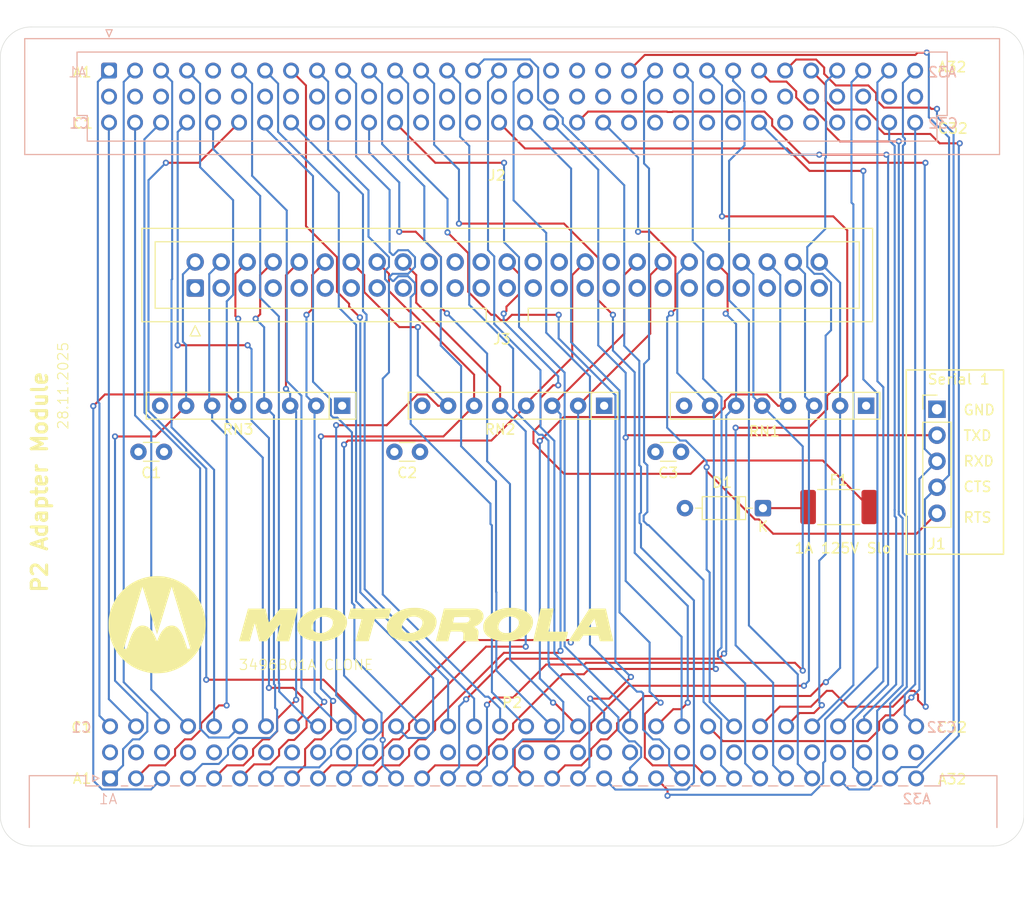
<source format=kicad_pcb>
(kicad_pcb (version 20241229) (generator "pcbnew") (generator_version "9.0")
  (layers (0 "F.Cu" signal) (4 "In1.Cu" power "In1.Cu-PWR") (6 "In2.Cu" power "In2.Cu-GND") (2 "B.Cu" signal) (13 "F.Paste" user) (15 "B.Paste" user) (5 "F.SilkS" user "F.Silkscreen") (7 "B.SilkS" user "B.Silkscreen") (1 "F.Mask" user) (3 "B.Mask" user) (25 "Edge.Cuts" user))
  (net 0 "")
  (net 1 "GND")
  (net 2 "TERMPWR")
  (net 3 "DPWR")
  (net 4 "VCC")
  (net 5 "PRD6")
  (net 6 "TRXC4")
  (net 8 "INPRIME")
  (net 9 "RTS3")
  (net 11 "CTS3")
  (net 12 "RXD2")
  (net 14 "DTR2")
  (net 15 "DCD4")
  (net 16 "R+")
  (net 19 "PRD4")
  (net 20 "DCD2")
  (net 21 "+12VF")
  (net 23 "PRD1")
  (net 24 "PRD0")
  (net 26 "TXD2")
  (net 28 "RXD1")
  (net 30 "TXD3")
  (net 31 "PRBSY")
  (net 35 "CTS1")
  (net 37 "RTS1")
  (net 38 "PRD5")
  (net 40 "PRD3")
  (net 42 "DCD3")
  (net 44 "RTS2")
  (net 47 "RXD4")
  (net 48 "CTS4")
  (net 49 "RTXC4")
  (net 50 "C+")
  (net 53 "PRFAULT")
  (net 55 "DTR3")
  (net 56 "PRPE")
  (net 57 "DTR4")
  (net 58 "PRSEL")
  (net 62 "PRACK")
  (net 63 "TXD1")
  (net 64 "PRD2")
  (net 65 "T-")
  (net 66 "R-")
  (net 68 "RXD3")
  (net 71 "PRSTB")
  (net 72 "TXD4")
  (net 75 "T+")
  (net 77 "PRD7")
  (net 78 "CTS2")
  (net 81 "C-")
  (net 82 "RTS4")
  (net 84 "DB3")
  (net 85 "ACK")
  (net 86 "MSG")
  (net 87 "DB7")
  (net 88 "ATN")
  (net 89 "DB1")
  (net 90 "DB2")
  (net 91 "O{slash}I")
  (net 92 "BSY")
  (net 93 "REQ")
  (net 94 "DBP")
  (net 95 "D{slash}C")
  (net 96 "DB5")
  (net 97 "DB6")
  (net 98 "DB0")
  (net 99 "RST")
  (net 100 "DB4")
  (net 101 "SEL")
  (footprint "Connector_IDC:IDC-Header_2x25_P2.54mm_Vertical" (layer "F.Cu") (at 54.04 60.5 90)
    (property "Reference" "J3")
    (property "Value" "Conn_02x25_Odd_Even")
  )
  (footprint "Fuse:Fuse_2512_6332Metric_Pad1.52x3.35mm_HandSolder" (layer "F.Cu") (at 116.9 81.896)
    (property "Reference" "F1")
    (property "Value" "Fuse")
  )
  (footprint "Capacitor_THT:C_Disc_D3.0mm_W1.6mm_P2.50mm" (layer "F.Cu") (at 76 76.5 180)
    (property "Reference" "C2")
    (property "Value" "100n")
  )
  (footprint "LOGO" (layer "F.Cu") (at 70.22695 93.396)
    (property "Reference" "G***" (hide yes))
    (property "Value" "LOGO" (hide yes))
  )
  (footprint "Resistor_THT:R_Array_SIP8" (layer "F.Cu") (at 93.987 72 180)
    (property "Reference" "RN2")
    (property "Value" "R_Network_Dividers_x06_SIP")
  )
  (footprint "Capacitor_THT:C_Disc_D3.0mm_W1.6mm_P2.50mm" (layer "F.Cu") (at 51 76.5 180)
    (property "Reference" "C1")
    (property "Value" "100n")
  )
  (footprint "Capacitor_THT:C_Disc_D3.0mm_W1.6mm_P2.50mm" (layer "F.Cu") (at 101.5 76.5 180)
    (property "Reference" "C3")
    (property "Value" "100n")
  )
  (footprint "Connector_PinHeader_2.54mm:PinHeader_1x05_P2.54mm_Vertical" (layer "F.Cu") (at 126.5 72.34)
    (property "Reference" "J1")
    (property "Value" "Conn_01x05_Pin")
  )
  (footprint "Resistor_THT:R_Array_SIP8" (layer "F.Cu") (at 119.577 72 180)
    (property "Reference" "RN1")
    (property "Value" "R_Network_Dividers_x06_SIP")
  )
  (footprint "Resistor_THT:R_Array_SIP8" (layer "F.Cu") (at 68.397 72 180)
    (property "Reference" "RN3")
    (property "Value" "R_Network_Dividers_x06_SIP")
  )
  (footprint "Diode_THT:D_DO-35_SOD27_P7.62mm_Horizontal" (layer "F.Cu") (at 109.5 82 180)
    (property "Reference" "D1")
    (property "Value" "1N4148")
  )
  (footprint "Connector_DIN:DIN41612_R_3x32_Female_Horizontal_THT" (layer "B.Cu") (at 45.727 108.396)
    (property "Reference" "P2")
    (property "Value" "DIN41612_03x32_C_Split")
  )
  (footprint "Connector_DIN:DIN41612_R_3x32_Male_Vertical_THT" (layer "B.Cu") (at 45.63 39.26 -90)
    (property "Reference" "J2")
    (property "Value" "DIN41612_03x32_C_Split")
  )
  (gr_rect (start 123.5 68.5) (end 133 86.5) (stroke (width 0.15)) (fill no) (layer "F.SilkS"))
  (gr_arc (start 38 115) (mid 35.87868 114.12132) (end 35 112) (stroke (width 0.05)) (layer "Edge.Cuts"))
  (gr_line (start 132 115) (end 38 115) (stroke (width 0.05)) (layer "Edge.Cuts"))
  (gr_arc (start 35 38) (mid 35.87868 35.87868) (end 38 35) (stroke (width 0.05)) (layer "Edge.Cuts"))
  (gr_line (start 35 112) (end 35 38) (stroke (width 0.05)) (layer "Edge.Cuts"))
  (gr_arc (start 135 112) (mid 134.12132 114.12132) (end 132 115) (stroke (width 0.05)) (layer "Edge.Cuts"))
  (gr_line (start 38 35) (end 132 35) (stroke (width 0.05)) (layer "Edge.Cuts"))
  (gr_line (start 135 38) (end 135 112) (stroke (width 0.05)) (layer "Edge.Cuts"))
  (gr_arc (start 132 35) (mid 134.12132 35.87868) (end 135 38) (stroke (width 0.05)) (layer "Edge.Cuts"))
  (gr_text "RTS" (at 129 83.5 0) (layer "F.SilkS") (effects (font (size 1 1)) (justify left bottom)))
  (gr_text "3496B01A CLONE" (at 58.22695 97.896 0) (layer "F.SilkS") (effects (font (size 1 1) (thickness 0.1)) (justify left bottom)))
  (gr_text "C1" (at 42 45 0) (layer "F.SilkS") (effects (font (size 1 1)) (justify left bottom)))
  (gr_text "28.11.2025" (at 41.72695 74.396 90) (layer "F.SilkS") (effects (font (size 1 1) (thickness 0.1)) (justify left bottom)))
  (gr_text "Serial 1" (at 125.5 70 0) (layer "F.SilkS") (effects (font (size 1 1)) (justify left bottom)))
  (gr_text "C32" (at 126.5 45.5 0) (layer "F.SilkS") (effects (font (size 1 1)) (justify left bottom)))
  (gr_text "P2 Adapter Module" (at 39.72695 90.396 90) (layer "F.SilkS") (effects (font (size 1.5 1.5) (thickness 0.3) (bold yes)) (justify left bottom)))
  (gr_text "A1" (at 42 109 0) (layer "F.SilkS") (effects (font (size 1 1)) (justify left bottom)))
  (gr_text "C32" (at 126.428571 104 0) (layer "F.SilkS") (effects (font (size 1 1)) (justify left bottom)))
  (gr_text "A32" (at 126.5 109.06225 0) (layer "F.SilkS") (effects (font (size 1 1)) (justify left bottom)))
  (gr_text "1A 125V Slo" (at 112.5 86.5 0) (layer "F.SilkS") (effects (font (size 1 1)) (justify left bottom)))
  (gr_text "A32" (at 126.5 39.5 0) (layer "F.SilkS") (effects (font (size 1 1)) (justify left bottom)))
  (gr_text "GND" (at 129 73 0) (layer "F.SilkS") (effects (font (size 1 1)) (justify left bottom)))
  (gr_text "TXD\n" (at 129 75.5 0) (layer "F.SilkS") (effects (font (size 1 1)) (justify left bottom)))
  (gr_text "RXD" (at 129 78 0) (layer "F.SilkS") (effects (font (size 1 1)) (justify left bottom)))
  (gr_text "CTS" (at 129 80.5 0) (layer "F.SilkS") (effects (font (size 1 1)) (justify left bottom)))
  (gr_text "A1" (at 42 40 0) (layer "F.SilkS") (effects (font (size 1 1)) (justify left bottom)))
  (gr_text "C1" (at 41.853572 104 0) (layer "F.SilkS") (effects (font (size 1 1)) (justify left bottom)))
  (gr_text "C32" (at 128.5 104 0) (layer "B.SilkS") (effects (font (size 1 1)) (justify left bottom mirror)))
  (gr_text "A32" (at 128.5 40 0) (layer "B.SilkS") (effects (font (size 1 1)) (justify left bottom mirror)))
  (gr_text "C1" (at 44 104 0) (layer "B.SilkS") (effects (font (size 1 1)) (justify left bottom mirror)))
  (gr_text "A32" (at 126 111 0) (layer "B.SilkS") (effects (font (size 1 1)) (justify left bottom mirror)))
  (gr_text "A1" (at 46.5 111 0) (layer "B.SilkS") (effects (font (size 1 1) (thickness 0.1)) (justify left bottom mirror)))
  (gr_text "C32" (at 128.642857 45 0) (layer "B.SilkS") (effects (font (size 1 1)) (justify left bottom mirror)))
  (gr_text "A1" (at 43.5 40 0) (layer "B.SilkS") (effects (font (size 1 1) (thickness 0.1)) (justify left bottom mirror)))
  (gr_text "C1" (at 43.792857 45 0) (layer "B.SilkS") (effects (font (size 1 1)) (justify left bottom mirror)))
  (segment (start 84.52 57.96) (end 85.6717 59.1117) (width 0.2) (layer "F.Cu") (net 2))
  (segment (start 115.3415 77.35) (end 103.730761 77.35) (width 0.2) (layer "F.Cu") (net 2))
  (segment (start 87.0827 75.662) (end 87.0827 74.5135) (width 0.2) (layer "F.Cu") (net 2))
  (segment (start 89.0046 70) (end 89.5 70) (width 0.2) (layer "F.Cu") (net 2))
  (segment (start 103.730761 77.35) (end 102.433161 78.6476) (width 0.2) (layer "F.Cu") (net 2))
  (segment (start 85.6717 61.0979) (end 84.4442 62.3254) (width 0.2) (layer "F.Cu") (net 2))
  (segment (start 85.6717 59.1117) (end 85.6717 61.0979) (width 0.2) (layer "F.Cu") (net 2))
  (segment (start 90.0683 78.6476) (end 87.0827 75.662) (width 0.2) (layer "F.Cu") (net 2))
  (segment (start 102.433161 78.6476) (end 90.0683 78.6476) (width 0.2) (layer "F.Cu") (net 2))
  (segment (start 84.4442 62.3254) (end 84.4442 62.7312) (width 0.2) (layer "F.Cu") (net 2))
  (segment (start 119.8875 81.896) (end 115.3415 77.35) (width 0.2) (layer "F.Cu") (net 2))
  (segment (start 84.4442 62.7312) (end 84.1754 63) (width 0.2) (layer "F.Cu") (net 2))
  (segment (start 87.0827 74.5135) (end 87.7786 73.8176) (width 0.2) (layer "F.Cu") (net 2))
  (segment (start 87.7786 73.8176) (end 87.7786 71.226) (width 0.2) (layer "F.Cu") (net 2))
  (segment (start 87.7786 71.226) (end 89.0046 70) (width 0.2) (layer "F.Cu") (net 2))
  (via (at 89.5 70) (size 0.6) (drill 0.3) (layers "F.Cu" "B.Cu") (net 2))
  (via (at 84.1754 63) (size 0.6) (drill 0.3) (layers "F.Cu" "B.Cu") (net 2))
  (segment (start 84.1754 63) (end 84.1754 63.8) (width 0.2) (layer "B.Cu") (net 2))
  (segment (start 89.5 69.1246) (end 89.5 70) (width 0.2) (layer "B.Cu") (net 2))
  (segment (start 84.1754 63.8) (end 89.5 69.1246) (width 0.2) (layer "B.Cu") (net 2))
  (segment (start 109.5 82) (end 113.8085 82) (width 0.2) (layer "F.Cu") (net 3))
  (segment (start 70.7802 63.100561) (end 70.4317 62.752061) (width 0.2) (layer "B.Cu") (net 5))
  (segment (start 81.287 100.6001) (end 70.5951 89.9082) (width 0.2) (layer "B.Cu") (net 5))
  (segment (start 70.7802 63.639039) (end 70.7802 63.100561) (width 0.2) (layer "B.Cu") (net 5))
  (segment (start 70.5951 89.9082) (end 70.5951 63.824139) (width 0.2) (layer "B.Cu") (net 5))
  (segment (start 81.287 103.316) (end 81.287 100.6001) (width 0.2) (layer "B.Cu") (net 5))
  (segment (start 70.4317 51.3617) (end 63.41 44.34) (width 0.2) (layer "B.Cu") (net 5))
  (segment (start 70.5951 63.824139) (end 70.7802 63.639039) (width 0.2) (layer "B.Cu") (net 5))
  (segment (start 70.4317 62.752061) (end 70.4317 51.3617) (width 0.2) (layer "B.Cu") (net 5))
  (segment (start 106.5899 40.2774) (end 106.59 40.2774) (width 0.2) (layer "B.Cu") (net 6))
  (segment (start 107.666 41.3535) (end 106.5899 40.2774) (width 0.2) (layer "B.Cu") (net 6))
  (segment (start 106.1947 61.7002) (end 106.1947 48.0742) (width 0.2) (layer "B.Cu") (net 6))
  (segment (start 107.7012 42.280894) (end 107.666 42.245694) (width 0.2) (layer "B.Cu") (net 6))
  (segment (start 108.1298 63.6353) (end 106.1947 61.7002) (width 0.2) (layer "B.Cu") (net 6))
  (segment (start 114.307 108.396) (end 112.9032 106.9922) (width 0.2) (layer "B.Cu") (net 6))
  (segment (start 112.9032 106.9922) (end 112.9032 98.2352) (width 0.2) (layer "B.Cu") (net 6))
  (segment (start 108.1298 93.4618) (end 108.1298 63.6353) (width 0.2) (layer "B.Cu") (net 6))
  (segment (start 106.59 40.2774) (end 106.59 39.26) (width 0.2) (layer "B.Cu") (net 6))
  (segment (start 107.7012 46.5677) (end 107.7012 42.280894) (width 0.2) (layer "B.Cu") (net 6))
  (segment (start 112.9032 98.2352) (end 108.1298 93.4618) (width 0.2) (layer "B.Cu") (net 6))
  (segment (start 107.666 42.245694) (end 107.666 41.3535) (width 0.2) (layer "B.Cu") (net 6))
  (segment (start 106.1947 48.0742) (end 107.7012 46.5677) (width 0.2) (layer "B.Cu") (net 6))
  (segment (start 77.496 48.266) (end 84.2111 48.266) (width 0.2) (layer "F.Cu") (net 8))
  (segment (start 73.57 44.34) (end 77.496 48.266) (width 0.2) (layer "F.Cu") (net 8))
  (via (at 84.2111 48.266) (size 0.6) (drill 0.3) (layers "F.Cu" "B.Cu") (net 8))
  (segment (start 90.1281 68.7664) (end 85.6717 64.31) (width 0.2) (layer "B.Cu") (net 8))
  (segment (start 96.527 103.316) (end 96.527 101.8865) (width 0.2) (layer "B.Cu") (net 8))
  (segment (start 85.6717 57.4829) (end 84.2111 56.0223) (width 0.2) (layer "B.Cu") (net 8))
  (segment (start 85.6717 64.31) (end 85.6717 57.4829) (width 0.2) (layer "B.Cu") (net 8))
  (segment (start 96.527 101.8865) (end 90.1281 95.4876) (width 0.2) (layer "B.Cu") (net 8))
  (segment (start 90.1281 95.4876) (end 90.1281 68.7664) (width 0.2) (layer "B.Cu") (net 8))
  (segment (start 84.2111 56.0223) (end 84.2111 48.266) (width 0.2) (layer "B.Cu") (net 8))
  (segment (start 87.7688 74.076) (end 89.1247 75.4319) (width 0.2) (layer "B.Cu") (net 9))
  (segment (start 96.9731 104.7793) (end 97.6037 105.4099) (width 0.2) (layer "B.Cu") (net 9))
  (segment (start 96.527 107.3787) (end 96.527 108.396) (width 0.2) (layer "B.Cu") (net 9))
  (segment (start 83.2501 64.0086) (end 87.7688 68.5273) (width 0.2) (layer "B.Cu") (net 9))
  (segment (start 97.6037 105.4099) (end 97.6037 106.3021) (width 0.2) (layer "B.Cu") (net 9))
  (segment (start 96.5271 107.3787) (end 96.527 107.3787) (width 0.2) (layer "B.Cu") (net 9))
  (segment (start 95.382 102.4432) (end 95.382 103.746) (width 0.2) (layer "B.Cu") (net 9))
  (segment (start 83.2501 57.4051) (end 83.2501 64.0086) (width 0.2) (layer "B.Cu") (net 9))
  (segment (start 96.4153 104.7793) (end 96.9731 104.7793) (width 0.2) (layer "B.Cu") (net 9))
  (segment (start 87.7688 68.5273) (end 87.7688 74.076) (width 0.2) (layer "B.Cu") (net 9))
  (segment (start 97.6037 106.3021) (end 96.5271 107.3787) (width 0.2) (layer "B.Cu") (net 9))
  (segment (start 83.73 39.26) (end 82.6452 40.3448) (width 0.2) (layer "B.Cu") (net 9))
  (segment (start 82.6452 56.8002) (end 83.2501 57.4051) (width 0.2) (layer "B.Cu") (net 9))
  (segment (start 89.1247 96.1859) (end 95.382 102.4432) (width 0.2) (layer "B.Cu") (net 9))
  (segment (start 95.382 103.746) (end 96.4153 104.7793) (width 0.2) (layer "B.Cu") (net 9))
  (segment (start 89.1247 75.4319) (end 89.1247 96.1859) (width 0.2) (layer "B.Cu") (net 9))
  (segment (start 82.6452 40.3448) (end 82.6452 56.8002) (width 0.2) (layer "B.Cu") (net 9))
  (segment (start 100.1798 110.0925) (end 100.1798 109.5088) (width 0.2) (layer "F.Cu") (net 11))
  (segment (start 100.1798 109.5088) (end 99.067 108.396) (width 0.2) (layer "F.Cu") (net 11))
  (segment (start 119.3062 49.0586) (end 114.053 49.0586) (width 0.2) (layer "F.Cu") (net 11))
  (segment (start 111.86 46.8656) (end 86.2556 46.8656) (width 0.2) (layer "F.Cu") (net 11))
  (segment (start 114.053 49.0586) (end 111.86 46.8656) (width 0.2) (layer "F.Cu") (net 11))
  (segment (start 86.2556 46.8656) (end 83.73 44.34) (width 0.2) (layer "F.Cu") (net 11))
  (via (at 100.1798 110.0925) (size 0.6) (drill 0.3) (layers "F.Cu" "B.Cu") (net 11))
  (via (at 119.3062 49.0586) (size 0.6) (drill 0.3) (layers "F.Cu" "B.Cu") (net 11))
  (segment (start 100.2723 110) (end 114.224694 110) (width 0.2) (layer "B.Cu") (net 11))
  (segment (start 115.577 106.6926) (end 115.577 102.6385) (width 0.2) (layer "B.Cu") (net 11))
  (segment (start 114.224694 110) (end 115.383 108.841694) (width 0.2) (layer "B.Cu") (net 11))
  (segment (start 120.6787 97.5368) (end 120.6787 70.7929) (width 0.2) (layer "B.Cu") (net 11))
  (segment (start 120.6787 70.7929) (end 119.3062 69.4204) (width 0.2) (layer "B.Cu") (net 11))
  (segment (start 115.383 108.841694) (end 115.383 106.8866) (width 0.2) (layer "B.Cu") (net 11))
  (segment (start 119.3062 69.4204) (end 119.3062 49.0586) (width 0.2) (layer "B.Cu") (net 11))
  (segment (start 115.383 106.8866) (end 115.577 106.6926) (width 0.2) (layer "B.Cu") (net 11))
  (segment (start 115.577 102.6385) (end 120.6787 97.5368) (width 0.2) (layer "B.Cu") (net 11))
  (segment (start 100.1798 110.0925) (end 100.2723 110) (width 0.2) (layer "B.Cu") (net 11))
  (segment (start 118.3344 52.3368) (end 118.1465 52.1489) (width 0.2) (layer "B.Cu") (net 12))
  (segment (start 118.1465 40.4035) (end 119.29 39.26) (width 0.2) (layer "B.Cu") (net 12))
  (segment (start 114.307 103.316) (end 118.3344 99.2886) (width 0.2) (layer "B.Cu") (net 12))
  (segment (start 118.1465 52.1489) (end 118.1465 40.4035) (width 0.2) (layer "B.Cu") (net 12))
  (segment (start 118.3344 99.2886) (end 118.3344 52.3368) (width 0.2) (layer "B.Cu") (net 12))
  (segment (start 123.1717 82.4523) (end 123.5495 82.8301) (width 0.2) (layer "B.Cu") (net 14))
  (segment (start 123.1717 82.4523) (end 123.1717 46.6141) (width 0.2) (layer "B.Cu") (net 14))
  (segment (start 121.927 101.088076) (end 123.5495 99.465576) (width 0.2) (layer "B.Cu") (net 14))
  (segment (start 123.1717 46.6141) (end 123.3717 46.4141) (width 0.2) (layer "B.Cu") (net 14))
  (segment (start 121.927 103.316) (end 121.927 101.088076) (width 0.2) (layer "B.Cu") (net 14))
  (segment (start 123.3717 45.9157) (end 123.1716 45.7156) (width 0.2) (layer "B.Cu") (net 14))
  (segment (start 123.3717 46.4141) (end 123.3717 45.9157) (width 0.2) (layer "B.Cu") (net 14))
  (segment (start 123.1716 45.7156) (end 123.1716 40.4584) (width 0.2) (layer "B.Cu") (net 14))
  (segment (start 123.5495 99.465576) (end 123.5495 82.8301) (width 0.2) (layer "B.Cu") (net 14))
  (segment (start 123.1716 40.4584) (end 124.37 39.26) (width 0.2) (layer "B.Cu") (net 14))
  (segment (start 119.7964 40.7101) (end 116.6089 40.7101) (width 0.2) (layer "F.Cu") (net 15))
  (segment (start 125.8264 42.8781) (end 121.316 42.8781) (width 0.2) (layer "F.Cu") (net 15))
  (segment (start 125.9483 43) (end 125.8264 42.8781) (width 0.2) (layer "F.Cu") (net 15))
  (segment (start 115.48 39.5812) (end 115.48 38.9647) (width 0.2) (layer "F.Cu") (net 15))
  (segment (start 120.56 42.1221) (end 120.56 41.4737) (width 0.2) (layer "F.Cu") (net 15))
  (segment (start 120.56 41.4737) (end 119.7964 40.7101) (width 0.2) (layer "F.Cu") (net 15))
  (segment (start 116.6089 40.7101) (end 115.48 39.5812) (width 0.2) (layer "F.Cu") (net 15))
  (segment (start 112.7467 38.1833) (end 111.67 39.26) (width 0.2) (layer "F.Cu") (net 15))
  (segment (start 121.316 42.8781) (end 120.56 42.1221) (width 0.2) (layer "F.Cu") (net 15))
  (segment (start 114.6986 38.1833) (end 112.7467 38.1833) (width 0.2) (layer "F.Cu") (net 15))
  (segment (start 115.48 38.9647) (end 114.6986 38.1833) (width 0.2) (layer "F.Cu") (net 15))
  (segment (start 126.5 43) (end 125.9483 43) (width 0.2) (layer "F.Cu") (net 15))
  (via (at 126.5 43) (size 0.6) (drill 0.3) (layers "F.Cu" "B.Cu") (net 15))
  (segment (start 126.5 43) (end 126.5 43.764) (width 0.2) (layer "B.Cu") (net 15))
  (segment (start 128.1195 45.3835) (end 128.1195 103.7287) (width 0.2) (layer "B.Cu") (net 15))
  (segment (start 128.1195 103.7287) (end 124.552 107.2962) (width 0.2) (layer "B.Cu") (net 15))
  (segment (start 124.552 107.2962) (end 123.0268 107.2962) (width 0.2) (layer "B.Cu") (net 15))
  (segment (start 123.0268 107.2962) (end 121.927 108.396) (width 0.2) (layer "B.Cu") (net 15))
  (segment (start 126.5 43.764) (end 128.1195 45.3835) (width 0.2) (layer "B.Cu") (net 15))
  (segment (start 50.71 44.34) (end 49.0794 45.9706) (width 0.2) (layer "B.Cu") (net 16))
  (segment (start 49.0794 45.9706) (end 49.0794 72.6708) (width 0.2) (layer "B.Cu") (net 16))
  (segment (start 54.5217 103.5428) (end 55.3872 104.4083) (width 0.2) (layer "B.Cu") (net 16))
  (segment (start 57.3347 104.4083) (end 58.427 103.316) (width 0.2) (layer "B.Cu") (net 16))
  (segment (start 49.0794 72.6708) (end 54.5217 78.1131) (width 0.2) (layer "B.Cu") (net 16))
  (segment (start 55.3872 104.4083) (end 57.3347 104.4083) (width 0.2) (layer "B.Cu") (net 16))
  (segment (start 54.5217 78.1131) (end 54.5217 103.5428) (width 0.2) (layer "B.Cu") (net 16))
  (segment (start 67.2953 72.925) (end 67.2953 71.4029) (width 0.2) (layer "B.Cu") (net 19))
  (segment (start 69.3539 91.2517) (end 69.3539 74.5922) (width 0.2) (layer "B.Cu") (net 19))
  (segment (start 76.207 103.316) (end 69.5923 96.7013) (width 0.2) (layer "B.Cu") (net 19))
  (segment (start 65.5505 69.6581) (end 65.5505 49.564) (width 0.2) (layer "B.Cu") (net 19))
  (segment (start 67.2953 71.4029) (end 65.5505 69.6581) (width 0.2) (layer "B.Cu") (net 19))
  (segment (start 69.3539 74.5922) (end 67.9236 73.1619) (width 0.2) (layer "B.Cu") (net 19))
  (segment (start 65.5505 49.564) (end 60.87 44.8835) (width 0.2) (layer "B.Cu") (net 19))
  (segment (start 69.3539 91.2517) (end 69.5923 91.4901) (width 0.2) (layer "B.Cu") (net 19))
  (segment (start 69.5923 96.7013) (end 69.5923 91.4901) (width 0.2) (layer "B.Cu") (net 19))
  (segment (start 67.9236 73.1619) (end 67.5322 73.1619) (width 0.2) (layer "B.Cu") (net 19))
  (segment (start 67.5322 73.1619) (end 67.2953 72.925) (width 0.2) (layer "B.Cu") (net 19))
  (segment (start 123.35 102.199) (end 124.467 103.316) (width 0.2) (layer "B.Cu") (net 20))
  (segment (start 124.37 44.34) (end 124.37 99.210761) (width 0.2) (layer "B.Cu") (net 20))
  (segment (start 123.35 100.230761) (end 123.35 102.199) (width 0.2) (layer "B.Cu") (net 20))
  (segment (start 124.37 99.210761) (end 123.35 100.230761) (width 0.2) (layer "B.Cu") (net 20))
  (segment (start 53.25 39.26) (end 54.52 40.53) (width 0.2) (layer "B.Cu") (net 21))
  (segment (start 57.1258 73.5505) (end 60.6438 77.0685) (width 0.2) (layer "B.Cu") (net 21))
  (segment (start 57.7446 61.1781) (end 57.1258 61.7969) (width 0.2) (layer "B.Cu") (net 21))
  (segment (start 57.7446 51.9171) (end 57.7446 61.1781) (width 0.2) (layer "B.Cu") (net 21))
  (segment (start 54.52 48.6925) (end 57.7446 51.9171) (width 0.2) (layer "B.Cu") (net 21))
  (segment (start 57.1258 61.7969) (end 57.1258 73.5505) (width 0.2) (layer "B.Cu") (net 21))
  (segment (start 54.52 40.53) (end 54.52 48.6925) (width 0.2) (layer "B.Cu") (net 21))
  (segment (start 60.6438 77.0685) (end 60.6438 102.9928) (width 0.2) (layer "B.Cu") (net 21))
  (segment (start 58.33 39.26) (end 59.6 40.53) (width 0.2) (layer "B.Cu") (net 23))
  (segment (start 59.6 40.53) (end 59.6 49.5365) (width 0.2) (layer "B.Cu") (net 23))
  (segment (start 64.4187 71.0156) (end 64.4187 99.5462) (width 0.2) (layer "B.Cu") (net 23))
  (segment (start 62.9853 69.5822) (end 64.4187 71.0156) (width 0.2) (layer "B.Cu") (net 23))
  (segment (start 62.9853 52.9218) (end 62.9853 69.5822) (width 0.2) (layer "B.Cu") (net 23))
  (segment (start 64.4187 99.5462) (end 68.1885 103.316) (width 0.2) (layer "B.Cu") (net 23))
  (segment (start 59.6 49.5365) (end 62.9853 52.9218) (width 0.2) (layer "B.Cu") (net 23))
  (segment (start 62.2153 99.1063) (end 62.2153 63.2767) (width 0.2) (layer "B.Cu") (net 24))
  (segment (start 62.2489 99.9163) (end 62.2489 99.1399) (width 0.2) (layer "B.Cu") (net 24))
  (segment (start 62.2153 63.2767) (end 60.39 61.4514) (width 0.2) (layer "B.Cu") (net 24))
  (segment (start 55.79 46.9084) (end 55.79 44.34) (width 0.2) (layer "B.Cu") (net 24))
  (segment (start 60.39 61.4514) (end 60.39 51.5084) (width 0.2) (layer "B.Cu") (net 24))
  (segment (start 62.2489 99.1399) (end 62.2153 99.1063) (width 0.2) (layer "B.Cu") (net 24))
  (segment (start 60.39 51.5084) (end 55.79 46.9084) (width 0.2) (layer "B.Cu") (net 24))
  (segment (start 65.6486 103.316) (end 62.2489 99.9163) (width 0.2) (layer "B.Cu") (net 24))
  (segment (start 113.0653 102.0177) (end 114.4823 102.0177) (width 0.2) (layer "F.Cu") (net 26))
  (segment (start 111.767 103.316) (end 113.0653 102.0177) (width 0.2) (layer "F.Cu") (net 26))
  (segment (start 114.4823 102.0177) (end 115.25 101.25) (width 0.2) (layer "F.Cu") (net 26))
  (via (at 115.25 101.25) (size 0.6) (drill 0.3) (layers "F.Cu" "B.Cu") (net 26))
  (segment (start 115.3252 59.1117) (end 116.1545 59.941) (width 0.2) (layer "B.Cu") (net 26))
  (segment (start 116.75 39.26) (end 115.65 40.36) (width 0.2) (layer "B.Cu") (net 26))
  (segment (start 114.5177 59.1117) (end 115.3252 59.1117) (width 0.2) (layer "B.Cu") (net 26))
  (segment (start 115.65 47.742639) (end 115.581 47.811639) (width 0.2) (layer "B.Cu") (net 26))
  (segment (start 113.8285 58.4225) (end 114.5177 59.1117) (width 0.2) (layer "B.Cu") (net 26))
  (segment (start 115.581 47.811639) (end 115.581 54.7373) (width 0.2) (layer "B.Cu") (net 26))
  (segment (start 115.581 54.7373) (end 113.8285 56.4898) (width 0.2) (layer "B.Cu") (net 26))
  (segment (start 115 101) (end 115.25 101.25) (width 0.2) (layer "B.Cu") (net 26))
  (segment (start 115 87.1263) (end 115 101) (width 0.2) (layer "B.Cu") (net 26))
  (segment (start 116.1545 64.6155) (end 115.6255 65.1445) (width 0.2) (layer "B.Cu") (net 26))
  (segment (start 115.65 40.36) (end 115.65 47.742639) (width 0.2) (layer "B.Cu") (net 26))
  (segment (start 116.1545 59.941) (end 116.1545 64.6155) (width 0.2) (layer "B.Cu") (net 26))
  (segment (start 115.6255 65.1445) (end 115.6255 86.5008) (width 0.2) (layer "B.Cu") (net 26))
  (segment (start 115.6255 86.5008) (end 115 87.1263) (width 0.2) (layer "B.Cu") (net 26))
  (segment (start 113.8285 56.4898) (end 113.8285 58.4225) (width 0.2) (layer "B.Cu") (net 26))
  (segment (start 110.4 44.0179) (end 109.6454 43.2633) (width 0.2) (layer "F.Cu") (net 28))
  (segment (start 92.4267 43.2633) (end 91.35 44.34) (width 0.2) (layer "F.Cu") (net 28))
  (segment (start 100.1173 43.2633) (end 92.4267 43.2633) (width 0.2) (layer "F.Cu") (net 28))
  (segment (start 100.1579 43.3039) (end 100.1173 43.2633) (width 0.2) (layer "F.Cu") (net 28))
  (segment (start 120.851 103.649) (end 120.851 102.870306) (width 0.2) (layer "F.Cu") (net 28))
  (segment (start 120.851 102.870306) (end 121.481306 102.24) (width 0.2) (layer "F.Cu") (net 28))
  (segment (start 121.481306 102.24) (end 122.26 102.24) (width 0.2) (layer "F.Cu") (net 28))
  (segment (start 125.3735 48.266) (end 114.0234 48.266) (width 0.2) (layer "F.Cu") (net 28))
  (segment (start 122.26 102.24) (end 124 100.5) (width 0.2) (layer "F.Cu") (net 28))
  (segment (start 100.6562 43.3039) (end 100.1579 43.3039) (width 0.2) (layer "F.Cu") (net 28))
  (segment (start 105.5872 104.7562) (end 119.7438 104.7562) (width 0.2) (layer "F.Cu") (net 28))
  (segment (start 119.7438 104.7562) (end 120.851 103.649) (width 0.2) (layer "F.Cu") (net 28))
  (segment (start 104.147 103.316) (end 105.5872 104.7562) (width 0.2) (layer "F.Cu") (net 28))
  (segment (start 110.4 44.6426) (end 110.4 44.0179) (width 0.2) (layer "F.Cu") (net 28))
  (segment (start 100.6968 43.2633) (end 100.6562 43.3039) (width 0.2) (layer "F.Cu") (net 28))
  (segment (start 109.6454 43.2633) (end 100.6968 43.2633) (width 0.2) (layer "F.Cu") (net 28))
  (segment (start 114.0234 48.266) (end 110.4 44.6426) (width 0.2) (layer "F.Cu") (net 28))
  (via (at 125.3735 48.266) (size 0.6) (drill 0.3) (layers "F.Cu" "B.Cu") (net 28))
  (via (at 124 100.5) (size 0.6) (drill 0.3) (layers "F.Cu" "B.Cu") (net 28))
  (segment (start 125.3038 48.3357) (end 125.3038 76.2238) (width 0.2) (layer "B.Cu") (net 28))
  (segment (start 126.5 77.42) (end 124.7806 79.1394) (width 0.2) (layer "B.Cu") (net 28))
  (segment (start 125.3735 48.266) (end 125.3038 48.3357) (width 0.2) (layer "B.Cu") (net 28))
  (segment (start 124.7806 79.1394) (end 124.7806 99.7194) (width 0.2) (layer "B.Cu") (net 28))
  (segment (start 124.7806 99.7194) (end 124 100.5) (width 0.2) (layer "B.Cu") (net 28))
  (segment (start 125.3038 76.2238) (end 126.5 77.42) (width 0.2) (layer "B.Cu") (net 28))
  (segment (start 125.2749 48.266) (end 125.3735 48.266) (width 0.2) (layer "B.Cu") (net 28))
  (segment (start 88.6105 97.0913) (end 88.6105 97.4477) (width 0.2) (layer "B.Cu") (net 30))
  (segment (start 88.6105 97.0913) (end 88.5503 97.0311) (width 0.2) (layer "B.Cu") (net 30))
  (segment (start 85.097 66.4236) (end 85.097 72.3219) (width 0.2) (layer "B.Cu") (net 30))
  (segment (start 79.92 40.53) (end 79.92 45.7289) (width 0.2) (layer "B.Cu") (net 30))
  (segment (start 80.8119 62.1385) (end 85.097 66.4236) (width 0.2) (layer "B.Cu") (net 30))
  (segment (start 87.955 74.8323) (end 88.5503 75.4276) (width 0.2) (layer "B.Cu") (net 30))
  (segment (start 87.6074 74.8323) (end 87.955 74.8323) (width 0.2) (layer "B.Cu") (net 30))
  (segment (start 92.5439 101.3811) (end 92.5439 107.2991) (width 0.2) (layer "B.Cu") (net 30))
  (segment (start 88.6105 97.4477) (end 92.5439 101.3811) (width 0.2) (layer "B.Cu") (net 30))
  (segment (start 88.5503 75.4276) (end 88.5503 97.0311) (width 0.2) (layer "B.Cu") (net 30))
  (segment (start 79.92 45.7289) (end 80.8119 46.6208) (width 0.2) (layer "B.Cu") (net 30))
  (segment (start 85.097 72.3219) (end 87.6074 74.8323) (width 0.2) (layer "B.Cu") (net 30))
  (segment (start 92.5439 107.2991) (end 91.447 108.396) (width 0.2) (layer "B.Cu") (net 30))
  (segment (start 78.65 39.26) (end 79.92 40.53) (width 0.2) (layer "B.Cu") (net 30))
  (segment (start 80.8119 46.6208) (end 80.8119 62.1385) (width 0.2) (layer "B.Cu") (net 30))
  (segment (start 83.457 97.866) (end 88.907 103.316) (width 0.2) (layer "B.Cu") (net 31))
  (segment (start 76.4229 55.8541) (end 78.0517 57.4829) (width 0.2) (layer "B.Cu") (net 31))
  (segment (start 72.3 46.4396) (end 76.4228 50.5624) (width 0.2) (layer "B.Cu") (net 31))
  (segment (start 76.4228 50.5624) (end 76.4228 55.8541) (width 0.2) (layer "B.Cu") (net 31))
  (segment (start 80.017 68.1103) (end 80.017 75.9493) (width 0.2) (layer "B.Cu") (net 31))
  (segment (start 72.3 40.53) (end 72.3 46.4396) (width 0.2) (layer "B.Cu") (net 31))
  (segment (start 78.0517 57.4829) (end 78.0517 62.7013) (width 0.2) (layer "B.Cu") (net 31))
  (segment (start 83.457 90.2197) (end 83.457 97.866) (width 0.2) (layer "B.Cu") (net 31))
  (segment (start 76.4228 55.8541) (end 76.4229 55.8541) (width 0.2) (layer "B.Cu") (net 31))
  (segment (start 78.0274 66.1207) (end 80.017 68.1103) (width 0.2) (layer "B.Cu") (net 31))
  (segment (start 80.017 75.9493) (end 83.4268 79.3591) (width 0.2) (layer "B.Cu") (net 31))
  (segment (start 83.457 90.2197) (end 83.4268 90.1895) (width 0.2) (layer "B.Cu") (net 31))
  (segment (start 78.0274 62.7256) (end 78.0274 66.1207) (width 0.2) (layer "B.Cu") (net 31))
  (segment (start 83.4268 79.3591) (end 83.4268 90.1895) (width 0.2) (layer "B.Cu") (net 31))
  (segment (start 78.0517 62.7013) (end 78.0274 62.7256) (width 0.2) (layer "B.Cu") (net 31))
  (segment (start 71.03 39.26) (end 72.3 40.53) (width 0.2) (layer "B.Cu") (net 31))
  (segment (start 115.730761 99.85) (end 116.269239 99.85) (width 0.2) (layer "F.Cu") (net 35))
  (segment (start 116.269239 99.85) (end 117.813739 101.3945) (width 0.2) (layer "F.Cu") (net 35))
  (segment (start 111.1485 101.3945) (end 114.186261 101.3945) (width 0.2) (layer "F.Cu") (net 35))
  (segment (start 125.5 37.5) (end 124.6131 37.5) (width 0.2) (layer "F.Cu") (net 35))
  (segment (start 122.186261 101.3945) (end 123.730761 99.85) (width 0.2) (layer "F.Cu") (net 35))
  (segment (start 117.813739 101.3945) (end 122.186261 101.3945) (width 0.2) (layer "F.Cu") (net 35))
  (segment (start 124.3813 37.7318) (end 97.9582 37.7318) (width 0.2) (layer "F.Cu") (net 35))
  (segment (start 124.269239 99.85) (end 124.65 100.230761) (width 0.2) (layer "F.Cu") (net 35))
  (segment (start 124.6131 37.5) (end 124.3813 37.7318) (width 0.2) (layer "F.Cu") (net 35))
  (segment (start 97.9582 37.7318) (end 96.43 39.26) (width 0.2) (layer "F.Cu") (net 35))
  (segment (start 123.730761 99.85) (end 124.269239 99.85) (width 0.2) (layer "F.Cu") (net 35))
  (segment (start 124.65 100.230761) (end 124.65 100.769239) (width 0.2) (layer "F.Cu") (net 35))
  (segment (start 125.275261 101.3945) (end 125.3977 101.3945) (width 0.2) (layer "F.Cu") (net 35))
  (segment (start 109.227 103.316) (end 111.1485 101.3945) (width 0.2) (layer "F.Cu") (net 35))
  (segment (start 124.65 100.769239) (end 125.275261 101.3945) (width 0.2) (layer "F.Cu") (net 35))
  (segment (start 114.186261 101.3945) (end 115.730761 99.85) (width 0.2) (layer "F.Cu") (net 35))
  (via (at 125.5 37.5) (size 0.6) (drill 0.3) (layers "F.Cu" "B.Cu") (net 35))
  (via (at 125.3977 101.3945) (size 0.6) (drill 0.3) (layers "F.Cu" "B.Cu") (net 35))
  (segment (start 125.7026 37.7026) (end 125.7026 43.8174) (width 0.2) (layer "B.Cu") (net 35))
  (segment (start 126.5 79.96) (end 125.3228 81.1372) (width 0.2) (layer "B.Cu") (net 35))
  (segment (start 127.6799 45.7947) (end 127.6799 78.7801) (width 0.2) (layer "B.Cu") (net 35))
  (segment (start 125.3228 81.1372) (end 125.3228 101.3196) (width 0.2) (layer "B.Cu") (net 35))
  (segment (start 127.6799 78.7801) (end 126.5 79.96) (width 0.2) (layer "B.Cu") (net 35))
  (segment (start 125.7026 43.8174) (end 127.6799 45.7947) (width 0.2) (layer "B.Cu") (net 35))
  (segment (start 125.3228 101.3196) (end 125.3977 101.3945) (width 0.2) (layer "B.Cu") (net 35))
  (segment (start 125.5 37.5) (end 125.7026 37.7026) (width 0.2) (layer "B.Cu") (net 35))
  (segment (start 104 78.38616) (end 104 78) (width 0.2) (layer "F.Cu") (net 37))
  (segment (start 109.101 83.101) (end 108.71484 83.101) (width 0.2) (layer "F.Cu") (net 37))
  (segment (start 126.5 82.5) (end 124.5 84.5) (width 0.2) (layer "F.Cu") (net 37))
  (segment (start 100.9493 62.5529) (end 100.9493 57.4696) (width 0.2) (layer "F.Cu") (net 37))
  (segment (start 124.5 84.5) (end 110.5 84.5) (width 0.2) (layer "F.Cu") (net 37))
  (segment (start 110.5 84.5) (end 109.101 83.101) (width 0.2) (layer "F.Cu") (net 37))
  (segment (start 98.4797 55) (end 97.305 55) (width 0.2) (layer "F.Cu") (net 37))
  (segment (start 100.9493 57.4696) (end 98.4797 55) (width 0.2) (layer "F.Cu") (net 37))
  (segment (start 100.5225 62.9797) (end 100.9493 62.5529) (width 0.2) (layer "F.Cu") (net 37))
  (segment (start 108.71484 83.101) (end 104 78.38616) (width 0.2) (layer "F.Cu") (net 37))
  (via (at 104 78) (size 0.6) (drill 0.3) (layers "F.Cu" "B.Cu") (net 37))
  (via (at 100.5225 62.9797) (size 0.6) (drill 0.3) (layers "F.Cu" "B.Cu") (net 37))
  (via (at 97.305 55) (size 0.6) (drill 0.3) (layers "F.Cu" "B.Cu") (net 37))
  (segment (start 101.399 75.399) (end 101.95605 75.399) (width 0.2) (layer "B.Cu") (net 37))
  (segment (start 104.2949 100.9239) (end 104.2949 88.2949) (width 0.2) (layer "B.Cu") (net 37))
  (segment (start 100.1445 74.1445) (end 101.399 75.399) (width 0.2) (layer "B.Cu") (net 37))
  (segment (start 97.305 47.755) (end 97.305 55) (width 0.2) (layer "B.Cu") (net 37))
  (segment (start 100.1445 63.3577) (end 100.1445 74.1445) (width 0.2) (layer "B.Cu") (net 37))
  (segment (start 100.5225 62.9797) (end 100.1445 63.3577) (width 0.2) (layer "B.Cu") (net 37))
  (segment (start 104 88) (end 104 78) (width 0.2) (layer "B.Cu") (net 37))
  (segment (start 104.2949 88.2949) (end 104 88) (width 0.2) (layer "B.Cu") (net 37))
  (segment (start 104 77.44295) (end 104 78) (width 0.2) (layer "B.Cu") (net 37))
  (segment (start 101.95605 75.399) (end 104 77.44295) (width 0.2) (layer "B.Cu") (net 37))
  (segment (start 106.687 103.316) (end 104.2949 100.9239) (width 0.2) (layer "B.Cu") (net 37))
  (segment (start 93.89 44.34) (end 97.305 47.755) (width 0.2) (layer "B.Cu") (net 37))
  (segment (start 67.8917 60.8542) (end 69.0753 62.0378) (width 0.2) (layer "F.Cu") (net 38))
  (segment (start 69.0753 62.3149) (end 70.1302 63.3698) (width 0.2) (layer "F.Cu") (net 38))
  (segment (start 64.8626 54.4538) (end 67.8917 57.4829) (width 0.2) (layer "F.Cu") (net 38))
  (segment (start 67.8917 57.4829) (end 67.8917 60.8542) (width 0.2) (layer "F.Cu") (net 38))
  (segment (start 69.0753 62.0378) (end 69.0753 62.3149) (width 0.2) (layer "F.Cu") (net 38))
  (segment (start 64.8626 40.7126) (end 64.8626 54.4538) (width 0.2) (layer "F.Cu") (net 38))
  (segment (start 63.41 39.26) (end 64.8626 40.7126) (width 0.2) (layer "F.Cu") (net 38))
  (via (at 70.1302 63.3698) (size 0.6) (drill 0.3) (layers "F.Cu" "B.Cu") (net 38))
  (segment (start 70.1686 63.4082) (end 70.1302 63.3698) (width 0.2) (layer "B.Cu") (net 38))
  (segment (start 70.1686 90.2235) (end 70.1686 63.4082) (width 0.2) (layer "B.Cu") (net 38))
  (segment (start 78.747 98.8019) (end 70.1686 90.2235) (width 0.2) (layer "B.Cu") (net 38))
  (segment (start 78.747 103.316) (end 78.747 98.8019) (width 0.2) (layer "B.Cu") (net 38))
  (segment (start 69.7571 91.0869) (end 77.2837 98.6135) (width 0.2) (layer "B.Cu") (net 40))
  (segment (start 74.8002 104.4492) (end 73.667 103.316) (width 0.2) (layer "B.Cu") (net 40))
  (segment (start 62.14 40.53) (end 62.14 45.2529) (width 0.2) (layer "B.Cu") (net 40))
  (segment (start 62.14 45.2529) (end 68.0686 51.1815) (width 0.2) (layer "B.Cu") (net 40))
  (segment (start 60.87 39.26) (end 62.14 40.53) (width 0.2) (layer "B.Cu") (net 40))
  (segment (start 68.0686 51.1815) (end 68.0686 62.4014) (width 0.2) (layer "B.Cu") (net 40))
  (segment (start 76.6629 104.4492) (end 74.8002 104.4492) (width 0.2) (layer "B.Cu") (net 40))
  (segment (start 77.2837 98.6135) (end 77.2837 103.8284) (width 0.2) (layer "B.Cu") (net 40))
  (segment (start 77.2837 103.8284) (end 76.6629 104.4492) (width 0.2) (layer "B.Cu") (net 40))
  (segment (start 68.0686 62.4014) (end 69.7571 64.0899) (width 0.2) (layer "B.Cu") (net 40))
  (segment (start 69.7571 64.0899) (end 69.7571 91.0869) (width 0.2) (layer "B.Cu") (net 40))
  (segment (start 97.9615 106.3684) (end 97.9615 102.1105) (width 0.2) (layer "F.Cu") (net 42))
  (segment (start 102.877 107.126) (end 98.7191 107.126) (width 0.2) (layer "F.Cu") (net 42))
  (segment (start 97.9615 102.1105) (end 99.072 101) (width 0.2) (layer "F.Cu") (net 42))
  (segment (start 99.072 101) (end 99.5 101) (width 0.2) (layer "F.Cu") (net 42))
  (segment (start 98.7191 107.126) (end 97.9615 106.3684) (width 0.2) (layer "F.Cu") (net 42))
  (segment (start 104.147 108.396) (end 102.877 107.126) (width 0.2) (layer "F.Cu") (net 42))
  (via (at 99.5 101) (size 0.6) (drill 0.3) (layers "F.Cu" "B.Cu") (net 42))
  (segment (start 98.4313 95.1283) (end 98.4313 99.9313) (width 0.2) (layer "B.Cu") (net 42))
  (segment (start 95.4904 92.1874) (end 98.4313 95.1283) (width 0.2) (layer "B.Cu") (net 42))
  (segment (start 90.7611 65.789) (end 95.4904 70.5183) (width 0.2) (layer "B.Cu") (net 42))
  (segment (start 98.4313 99.9313) (end 99.5 101) (width 0.2) (layer "B.Cu") (net 42))
  (segment (start 86.27 44.34) (end 90.7611 48.8311) (width 0.2) (layer "B.Cu") (net 42))
  (segment (start 95.4904 70.5183) (end 95.4904 92.1874) (width 0.2) (layer "B.Cu") (net 42))
  (segment (start 90.7611 48.8311) (end 90.7611 65.789) (width 0.2) (layer "B.Cu") (net 42))
  (segment (start 120.6787 40.4113) (end 120.6787 69.6021) (width 0.2) (layer "B.Cu") (net 44))
  (segment (start 121.83 39.26) (end 120.6787 40.4113) (width 0.2) (layer "B.Cu") (net 44))
  (segment (start 116.847 103.316) (end 121.2582 98.9048) (width 0.2) (layer "B.Cu") (net 44))
  (segment (start 121.2582 70.1898) (end 121.1477 70.0793) (width 0.2) (layer "B.Cu") (net 44))
  (segment (start 121.2582 98.9048) (end 121.2582 70.1898) (width 0.2) (layer "B.Cu") (net 44))
  (segment (start 120.6787 69.6021) (end 121.1477 70.0711) (width 0.2) (layer "B.Cu") (net 44))
  (segment (start 121.1477 70.0793) (end 121.1477 70.0711) (width 0.2) (layer "B.Cu") (net 44))
  (segment (start 105.1011 96.4574) (end 107.7636 99.1199) (width 0.2) (layer "B.Cu") (net 47))
  (segment (start 103.6617 56.9556) (end 103.6617 69.3595) (width 0.2) (layer "B.Cu") (net 47))
  (segment (start 105.1011 95.9592) (end 105.1011 96.4574) (width 0.2) (layer "B.Cu") (net 47))
  (segment (start 107.7637 99.1199) (end 107.7637 106.9327) (width 0.2) (layer "B.Cu") (net 47))
  (segment (start 105.4537 95.6066) (end 105.1011 95.9592) (width 0.2) (layer "B.Cu") (net 47))
  (segment (start 102.6446 55.9385) (end 103.6617 56.9556) (width 0.2) (layer "B.Cu") (net 47))
  (segment (start 107.7637 106.9327) (end 109.227 108.396) (width 0.2) (layer "B.Cu") (net 47))
  (segment (start 105.4537 71.1515) (end 105.4537 95.6066) (width 0.2) (layer "B.Cu") (net 47))
  (segment (start 107.7636 99.1199) (end 107.7637 99.1199) (width 0.2) (layer "B.Cu") (net 47))
  (segment (start 103.6617 69.3595) (end 105.4537 71.1515) (width 0.2) (layer "B.Cu") (net 47))
  (segment (start 102.6446 40.3946) (end 102.6446 55.9385) (width 0.2) (layer "B.Cu") (net 47))
  (segment (start 101.51 39.26) (end 102.6446 40.3946) (width 0.2) (layer "B.Cu") (net 47))
  (segment (start 112.7467 41.8843) (end 113.9322 43.0698) (width 0.2) (layer "F.Cu") (net 48))
  (segment (start 115.6733 44.2373) (end 115.6733 44.8195) (width 0.2) (layer "F.Cu") (net 48))
  (segment (start 112.7467 41.289) (end 112.7467 41.8843) (width 0.2) (layer "F.Cu") (net 48))
  (segment (start 111.7944 40.3367) (end 112.7467 41.289) (width 0.2) (layer "F.Cu") (net 48))
  (segment (start 113.9322 43.0698) (end 114.5058 43.0698) (width 0.2) (layer "F.Cu") (net 48))
  (segment (start 117.0187 46.1649) (end 122.77 46.1649) (width 0.2) (layer "F.Cu") (net 48))
  (segment (start 115.6733 44.8195) (end 117.0187 46.1649) (width 0.2) (layer "F.Cu") (net 48))
  (segment (start 110.2067 40.3367) (end 111.7944 40.3367) (width 0.2) (layer "F.Cu") (net 48))
  (segment (start 109.13 39.26) (end 110.2067 40.3367) (width 0.2) (layer "F.Cu") (net 48))
  (segment (start 114.5058 43.0698) (end 115.6733 44.2373) (width 0.2) (layer "F.Cu") (net 48))
  (via (at 122.77 46.1649) (size 0.6) (drill 0.3) (layers "F.Cu" "B.Cu") (net 48))
  (segment (start 122.7685 82.3348) (end 122.7685 82.6171) (width 0.2) (layer "B.Cu") (net 48))
  (segment (start 117.9325 109.4815) (end 116.847 108.396) (width 0.2) (layer "B.Cu") (net 48))
  (segment (start 122.77 82.3333) (end 122.7685 82.3348) (width 0.2) (layer "B.Cu") (net 48))
  (segment (start 119.8644 109.4815) (end 117.9325 109.4815) (width 0.2) (layer "B.Cu") (net 48))
  (segment (start 123.1478 82.9964) (end 123.1478 99.301591) (width 0.2) (layer "B.Cu") (net 48))
  (segment (start 122.77 46.1649) (end 122.77 82.3333) (width 0.2) (layer "B.Cu") (net 48))
  (segment (start 120.657 108.6889) (end 119.8644 109.4815) (width 0.2) (layer "B.Cu") (net 48))
  (segment (start 120.657 101.792391) (end 120.657 108.6889) (width 0.2) (layer "B.Cu") (net 48))
  (segment (start 123.1478 99.301591) (end 120.657 101.792391) (width 0.2) (layer "B.Cu") (net 48))
  (segment (start 122.7685 82.6171) (end 123.1478 82.9964) (width 0.2) (layer "B.Cu") (net 48))
  (segment (start 120.7016 44.1884) (end 119.5832 43.07) (width 0.2) (layer "F.Cu") (net 49))
  (segment (start 115.6193 42.2202) (end 115.6193 40.6693) (width 0.2) (layer "F.Cu") (net 49))
  (segment (start 121.3647 45.449) (end 120.7016 44.7859) (width 0.2) (layer "F.Cu") (net 49))
  (segment (start 116.4691 43.07) (end 115.6193 42.2202) (width 0.2) (layer "F.Cu") (net 49))
  (segment (start 128.7195 46.3656) (end 126.7597 46.3656) (width 0.2) (layer "F.Cu") (net 49))
  (segment (start 125.8431 45.449) (end 121.3647 45.449) (width 0.2) (layer "F.Cu") (net 49))
  (segment (start 126.7597 46.3656) (end 125.8431 45.449) (width 0.2) (layer "F.Cu") (net 49))
  (segment (start 119.5832 43.07) (end 116.4691 43.07) (width 0.2) (layer "F.Cu") (net 49))
  (segment (start 120.7016 44.7859) (end 120.7016 44.1884) (width 0.2) (layer "F.Cu") (net 49))
  (segment (start 115.6193 40.6693) (end 114.21 39.26) (width 0.2) (layer "F.Cu") (net 49))
  (via (at 128.7195 46.3656) (size 0.6) (drill 0.3) (layers "F.Cu" "B.Cu") (net 49))
  (segment (start 128.7195 46.3656) (end 128.6344 46.4507) (width 0.2) (layer "B.Cu") (net 49))
  (segment (start 128.6344 46.4507) (end 128.6344 104.2286) (width 0.2) (layer "B.Cu") (net 49))
  (segment (start 128.6344 104.2286) (end 124.467 108.396) (width 0.2) (layer "B.Cu") (net 49))
  (segment (start 45.6075 100.6565) (end 48.267 103.316) (width 0.2) (layer "B.Cu") (net 50))
  (segment (start 45.6075 44.3625) (end 45.6075 100.6565) (width 0.2) (layer "B.Cu") (net 50))
  (segment (start 93.41 57.5573) (end 90.0595 54.2068) (width 0.2) (layer "F.Cu") (net 53))
  (segment (start 93.41 61.682) (end 93.41 57.5573) (width 0.2) (layer "F.Cu") (net 53))
  (segment (start 100.7423 101.6407) (end 101.5146 101.6407) (width 0.2) (layer "F.Cu") (net 53))
  (segment (start 90.0595 54.2068) (end 79.8052 54.2068) (width 0.2) (layer "F.Cu") (net 53))
  (segment (start 94.846 63.118) (end 93.41 61.682) (width 0.2) (layer "F.Cu") (net 53))
  (segment (start 99.067 103.316) (end 100.7423 101.6407) (width 0.2) (layer "F.Cu") (net 53))
  (segment (start 101.5146 101.6407) (end 102.1553 101) (width 0.2) (layer "F.Cu") (net 53))
  (via (at 79.8052 54.2068) (size 0.6) (drill 0.3) (layers "F.Cu" "B.Cu") (net 53))
  (via (at 102.1553 101) (size 0.6) (drill 0.3) (layers "F.Cu" "B.Cu") (net 53))
  (via (at 94.846 63.118) (size 0.6) (drill 0.3) (layers "F.Cu" "B.Cu") (net 53))
  (segment (start 96.9722 68.7346) (end 96.9722 86.3712) (width 0.2) (layer "B.Cu") (net 53))
  (segment (start 94.846 63.118) (end 94.846 66.6084) (width 0.2) (layer "B.Cu") (net 53))
  (segment (start 96.9722 86.3712) (end 102.1553 91.5543) (width 0.2) (layer "B.Cu") (net 53))
  (segment (start 77.38 40.53) (end 76.11 39.26) (width 0.2) (layer "B.Cu") (net 53))
  (segment (start 79.8052 48.9264) (end 77.38 46.5012) (width 0.2) (layer "B.Cu") (net 53))
  (segment (start 102.1553 91.5543) (end 102.1553 101) (width 0.2) (layer "B.Cu") (net 53))
  (segment (start 77.38 46.5012) (end 77.38 40.53) (width 0.2) (layer "B.Cu") (net 53))
  (segment (start 79.8052 54.2068) (end 79.8052 48.9264) (width 0.2) (layer "B.Cu") (net 53))
  (segment (start 94.846 66.6084) (end 96.9722 68.7346) (width 0.2) (layer "B.Cu") (net 53))
  (segment (start 97.1883 99.9262) (end 97.6292 99.9262) (width 0.2) (layer "B.Cu") (net 55))
  (segment (start 88.33 55.1176) (end 88.33 64.8604) (width 0.2) (layer "B.Cu") (net 55))
  (segment (start 99.3891 104.586) (end 100.337 105.5339) (width 0.2) (layer "B.Cu") (net 55))
  (segment (start 100.337 107.126) (end 101.607 108.396) (width 0.2) (layer "B.Cu") (net 55))
  (segment (start 85.1411 40.3889) (end 85.1411 51.9287) (width 0.2) (layer "B.Cu") (net 55))
  (segment (start 98.7449 104.586) (end 99.3891 104.586) (width 0.2) (layer "B.Cu") (net 55))
  (segment (start 92.6011 69.1315) (end 92.6011 95.339) (width 0.2) (layer "B.Cu") (net 55))
  (segment (start 100.337 105.5339) (end 100.337 107.126) (width 0.2) (layer "B.Cu") (net 55))
  (segment (start 86.27 39.26) (end 85.1411 40.3889) (width 0.2) (layer "B.Cu") (net 55))
  (segment (start 97.6292 99.9262) (end 97.7955 100.0925) (width 0.2) (layer "B.Cu") (net 55))
  (segment (start 97.7955 100.0925) (end 97.7955 103.6366) (width 0.2) (layer "B.Cu") (net 55))
  (segment (start 85.1411 51.9287) (end 88.33 55.1176) (width 0.2) (layer "B.Cu") (net 55))
  (segment (start 92.6011 95.339) (end 97.1883 99.9262) (width 0.2) (layer "B.Cu") (net 55))
  (segment (start 97.7955 103.6366) (end 98.7449 104.586) (width 0.2) (layer "B.Cu") (net 55))
  (segment (start 88.33 64.8604) (end 92.6011 69.1315) (width 0.2) (layer "B.Cu") (net 55))
  (segment (start 78.0517 62.3973) (end 78.0517 57.4696) (width 0.2) (layer "F.Cu") (net 56))
  (segment (start 78.6291 62.9747) (end 78.0517 62.3973) (width 0.2) (layer "F.Cu") (net 56))
  (segment (start 91.447 103.316) (end 89.131 101) (width 0.2) (layer "F.Cu") (net 56))
  (segment (start 75.5821 55) (end 73.9747 55) (width 0.2) (layer "F.Cu") (net 56))
  (segment (start 89.131 101) (end 89 101) (width 0.2) (layer "F.Cu") (net 56))
  (segment (start 78.0517 57.4696) (end 75.5821 55) (width 0.2) (layer "F.Cu") (net 56))
  (via (at 73.9747 55) (size 0.6) (drill 0.3) (layers "F.Cu" "B.Cu") (net 56))
  (via (at 89 101) (size 0.6) (drill 0.3) (layers "F.Cu" "B.Cu") (net 56))
  (via (at 78.6291 62.9747) (size 0.6) (drill 0.3) (layers "F.Cu" "B.Cu") (net 56))
  (segment (start 82.557 77.4122) (end 84.7921 79.6473) (width 0.2) (layer "B.Cu") (net 56))
  (segment (start 71.03 44.34) (end 71.03 47.2419) (width 0.2) (layer "B.Cu") (net 56))
  (segment (start 84.7921 79.6473) (end 84.7921 96.7921) (width 0.2) (layer "B.Cu") (net 56))
  (segment (start 78.6291 62.9747) (end 82.557 66.9026) (width 0.2) (layer "B.Cu") (net 56))
  (segment (start 84.7921 96.7921) (end 89 101) (width 0.2) (layer "B.Cu") (net 56))
  (segment (start 82.557 66.9026) (end 82.557 77.4122) (width 0.2) (layer "B.Cu") (net 56))
  (segment (start 71.03 47.2419) (end 73.9747 50.1866) (width 0.2) (layer "B.Cu") (net 56))
  (segment (start 73.9747 50.1866) (end 73.9747 55) (width 0.2) (layer "B.Cu") (net 56))
  (segment (start 121.5574 47.4734) (end 115 47.4734) (width 0.2) (layer "F.Cu") (net 57))
  (via (at 115 47.4734) (size 0.6) (drill 0.3) (layers "F.Cu" "B.Cu") (net 57))
  (via (at 121.5574 47.4734) (size 0.6) (drill 0.3) (layers "F.Cu" "B.Cu") (net 57))
  (segment (start 118.3017 107.3107) (end 118.3017 102.6687) (width 0.2) (layer "B.Cu") (net 57))
  (segment (start 109.13 44.34) (end 112.2634 47.4734) (width 0.2) (layer "B.Cu") (net 57))
  (segment (start 112.2634 47.4734) (end 115 47.4734) (width 0.2) (layer "B.Cu") (net 57))
  (segment (start 121.7263 47.6423) (end 121.5574 47.4734) (width 0.2) (layer "B.Cu") (net 57))
  (segment (start 118.3017 102.6687) (end 121.7263 99.2441) (width 0.2) (layer "B.Cu") (net 57))
  (segment (start 119.387 108.396) (end 118.3017 107.3107) (width 0.2) (layer "B.Cu") (net 57))
  (segment (start 121.7263 47.4734) (end 121.5574 47.4734) (width 0.2) (layer "B.Cu") (net 57))
  (segment (start 121.7263 99.2441) (end 121.7263 47.6423) (width 0.2) (layer "B.Cu") (net 57))
  (segment (start 94.485 100.6083) (end 96.6031 98.4902) (width 0.2) (layer "F.Cu") (net 58))
  (segment (start 89.5456 63.118) (end 84.976639 63.118) (width 0.2) (layer "F.Cu") (net 58))
  (segment (start 83.374161 63.118) (end 82.962 63.118) (width 0.2) (layer "F.Cu") (net 58))
  (segment (start 80.71 60.866) (end 80.71 57.0875) (width 0.2) (layer "F.Cu") (net 58))
  (segment (start 83.906161 63.65) (end 83.374161 63.118) (width 0.2) (layer "F.Cu") (net 58))
  (segment (start 80.71 57.0875) (end 78.6902 55.0677) (width 0.2) (layer "F.Cu") (net 58))
  (segment (start 84.976639 63.118) (end 84.444639 63.65) (width 0.2) (layer "F.Cu") (net 58))
  (segment (start 92.6219 100.6083) (end 94.485 100.6083) (width 0.2) (layer "F.Cu") (net 58))
  (segment (start 84.444639 63.65) (end 83.906161 63.65) (width 0.2) (layer "F.Cu") (net 58))
  (segment (start 82.962 63.118) (end 80.71 60.866) (width 0.2) (layer "F.Cu") (net 58))
  (via (at 96.6031 98.4902) (size 0.6) (drill 0.3) (layers "F.Cu" "B.Cu") (net 58))
  (via (at 78.6902 55.0677) (size 0.6) (drill 0.3) (layers "F.Cu" "B.Cu") (net 58))
  (via (at 92.6219 100.6083) (size 0.6) (drill 0.3) (layers "F.Cu" "B.Cu") (net 58))
  (via (at 89.5456 63.118) (size 0.6) (drill 0.3) (layers "F.Cu" "B.Cu") (net 58))
  (segment (start 95.0887 96.9758) (end 95.0887 70.9673) (width 0.2) (layer "B.Cu") (net 58))
  (segment (start 73.57 39.26) (end 74.84 40.53) (width 0.2) (layer "B.Cu") (net 58))
  (segment (start 74.84 47.9529) (end 78.6902 51.8031) (width 0.2) (layer "B.Cu") (net 58))
  (segment (start 96.6031 98.4902) (end 95.0887 96.9758) (width 0.2) (layer "B.Cu") (net 58))
  (segment (start 95.0887 70.9673) (end 89.5456 65.4242) (width 0.2) (layer "B.Cu") (net 58))
  (segment (start 78.6902 51.8031) (end 78.6902 55.0677) (width 0.2) (layer "B.Cu") (net 58))
  (segment (start 89.5456 65.4242) (end 89.5456 63.118) (width 0.2) (layer "B.Cu") (net 58))
  (segment (start 93.987 101.9734) (end 92.6219 100.6083) (width 0.2) (layer "B.Cu") (net 58))
  (segment (start 93.987 103.316) (end 93.987 101.9734) (width 0.2) (layer "B.Cu") (net 58))
  (segment (start 74.84 40.53) (end 74.84 47.9529) (width 0.2) (layer "B.Cu") (net 58))
  (segment (start 75.5117 58.4371) (end 75.5117 57.4829) (width 0.2) (layer "B.Cu") (net 62))
  (segment (start 82.8831 83.5455) (end 83.0245 83.6869) (width 0.2) (layer "B.Cu") (net 62))
  (segment (start 73.3321 59.8153) (end 73.4147 59.8153) (width 0.2) (layer "B.Cu") (net 62))
  (segment (start 75.0901 61.3987) (end 75.0901 73.773) (width 0.2) (layer "B.Cu") (net 62))
  (segment (start 75.5117 60.0229) (end 75.5117 60.9771) (width 0.2) (layer "B.Cu") (net 62))
  (segment (start 73.4147 57.2753) (end 73.3321 57.2753) (width 0.2) (layer "B.Cu") (net 62))
  (segment (start 73.0316 59.5148) (end 73.0316 59.3931) (width 0.2) (layer "B.Cu") (net 62))
  (segment (start 73.0316 56.9748) (end 73.3321 57.2753) (width 0.2) (layer "B.Cu") (net 62))
  (segment (start 83.0245 83.6869) (end 83.0245 99.9735) (width 0.2) (layer "B.Cu") (net 62))
  (segment (start 83.0245 99.9735) (end 86.367 103.316) (width 0.2) (layer "B.Cu") (net 62))
  (segment (start 73.313 59.1117) (end 74.8371 59.1117) (width 0.2) (layer "B.Cu") (net 62))
  (segment (start 74.8371 59.3483) (end 75.5117 60.0229) (width 0.2) (layer "B.Cu") (net 62))
  (segment (start 82.8831 81.566) (end 82.8831 83.5455) (width 0.2) (layer "B.Cu") (net 62))
  (segment (start 73.8817 59.3483) (end 74.8371 59.3483) (width 0.2) (layer "B.Cu") (net 62))
  (segment (start 73.4147 59.8153) (end 73.8817 59.3483) (width 0.2) (layer "B.Cu") (net 62))
  (segment (start 75.5117 57.4829) (end 74.8371 56.8083) (width 0.2) (layer "B.Cu") (net 62))
  (segment (start 75.0901 73.773) (end 82.8831 81.566) (width 0.2) (layer "B.Cu") (net 62))
  (segment (start 69.76 40.53) (end 68.49 39.26) (width 0.2) (layer "B.Cu") (net 62))
  (segment (start 74.8371 56.8083) (end 73.8817 56.8083) (width 0.2) (layer "B.Cu") (net 62))
  (segment (start 73.8817 56.8083) (end 73.4147 57.2753) (width 0.2) (layer "B.Cu") (net 62))
  (segment (start 73.0316 56.9748) (end 73.0316 50.9155) (width 0.2) (layer "B.Cu") (net 62))
  (segment (start 73.0316 59.5148) (end 73.3321 59.8153) (width 0.2) (layer "B.Cu") (net 62))
  (segment (start 73.0316 59.3931) (end 73.313 59.1117) (width 0.2) (layer "B.Cu") (net 62))
  (segment (start 74.8371 59.1117) (end 75.5117 58.4371) (width 0.2) (layer "B.Cu") (net 62))
  (segment (start 73.0316 50.9155) (end 69.76 47.6439) (width 0.2) (layer "B.Cu") (net 62))
  (segment (start 69.76 47.6439) (end 69.76 40.53) (width 0.2) (layer "B.Cu") (net 62))
  (segment (start 75.5117 60.9771) (end 75.0901 61.3987) (width 0.2) (layer "B.Cu") (net 62))
  (segment (start 96.3208 74.88) (end 96.0922 75.1086) (width 0.2) (layer "F.Cu") (net 63))
  (segment (start 126.5 74.88) (end 96.3208 74.88) (width 0.2) (layer "F.Cu") (net 63))
  (via (at 96.0922 75.1086) (size 0.6) (drill 0.3) (layers "F.Cu" "B.Cu") (net 63))
  (segment (start 96.0922 89.1083) (end 101.5536 94.5697) (width 0.2) (layer "B.Cu") (net 63))
  (segment (start 93.413 48.943) (end 93.413 66.1008) (width 0.2) (layer "B.Cu") (net 63))
  (segment (start 93.413 66.1008) (end 96.0922 68.78) (width 0.2) (layer "B.Cu") (net 63))
  (segment (start 96.0922 75.1086) (end 96.0922 89.1083) (width 0.2) (layer "B.Cu") (net 63))
  (segment (start 96.0922 68.78) (end 96.0922 75.1086) (width 0.2) (layer "B.Cu") (net 63))
  (segment (start 88.81 44.34) (end 93.413 48.943) (width 0.2) (layer "B.Cu") (net 63))
  (segment (start 101.5536 94.5697) (end 101.5536 103.2626) (width 0.2) (layer "B.Cu") (net 63))
  (segment (start 51.179 48.266) (end 54.404 48.266) (width 0.2) (layer "F.Cu") (net 64))
  (segment (start 66.5738 98.7628) (end 71.127 103.316) (width 0.2) (layer "F.Cu") (net 64))
  (segment (start 54.404 48.266) (end 58.33 44.34) (width 0.2) (layer "F.Cu") (net 64))
  (segment (start 55.1234 98.7628) (end 66.5738 98.7628) (width 0.2) (layer "F.Cu") (net 64))
  (via (at 55.1234 98.7628) (size 0.6) (drill 0.3) (layers "F.Cu" "B.Cu") (net 64))
  (via (at 51.179 48.266) (size 0.6) (drill 0.3) (layers "F.Cu" "B.Cu") (net 64))
  (segment (start 49.4811 72.5044) (end 55.1234 78.1467) (width 0.2) (layer "B.Cu") (net 64))
  (segment (start 51.179 48.266) (end 49.4811 49.9639) (width 0.2) (layer "B.Cu") (net 64))
  (segment (start 49.4811 49.9639) (end 49.4811 72.5044) (width 0.2) (layer "B.Cu") (net 64))
  (segment (start 55.1234 78.1467) (end 55.1234 98.7628) (width 0.2) (layer "B.Cu") (net 64))
  (segment (start 47.0588 40.3712) (end 48.17 39.26) (width 0.2) (layer "B.Cu") (net 65))
  (segment (start 47.0588 98.9998) (end 47.0588 40.3712) (width 0.2) (layer "B.Cu") (net 65))
  (segment (start 50.807 102.748) (end 47.0588 98.9998) (width 0.2) (layer "B.Cu") (net 65))
  (segment (start 51.7296 74.0994) (end 51.7296 59.6946) (width 0.2) (layer "B.Cu") (net 66))
  (segment (start 51.7922 59.632) (end 51.7922 40.3422) (width 0.2) (layer "B.Cu") (net 66))
  (segment (start 55.887 78.2568) (end 51.7296 74.0994) (width 0.2) (layer "B.Cu") (net 66))
  (segment (start 51.7296 59.6946) (end 51.7922 59.632) (width 0.2) (layer "B.Cu") (net 66))
  (segment (start 51.7922 40.3422) (end 50.71 39.26) (width 0.2) (layer "B.Cu") (net 66))
  (segment (start 55.887 103.316) (end 55.887 78.2568) (width 0.2) (layer "B.Cu") (net 66))
  (segment (start 95.0835 109.4925) (end 102.0672 109.4925) (width 0.2) (layer "B.Cu") (net 68))
  (segment (start 97.5882 82.426875) (end 97.5882 77.9682) (width 0.2) (layer "B.Cu") (net 68))
  (segment (start 89.125 43.07) (end 88.5305 43.07) (width 0.2) (layer "B.Cu") (net 68))
  (segment (start 97.5882 85.8439) (end 97.5882 83.573125) (width 0.2) (layer "B.Cu") (net 68))
  (segment (start 102.757 91.0127) (end 97.5882 85.8439) (width 0.2) (layer "B.Cu") (net 68))
  (segment (start 87.54 38.9692) (end 86.7395 38.1687) (width 0.2) (layer "B.Cu") (net 68))
  (segment (start 93.987 108.396) (end 95.0835 109.4925) (width 0.2) (layer "B.Cu") (net 68))
  (segment (start 95.95 66.1467) (end 95.95 50.4627) (width 0.2) (layer "B.Cu") (net 68))
  (segment (start 102.757 108.8027) (end 102.757 91.0127) (width 0.2) (layer "B.Cu") (net 68))
  (segment (start 97.4219 67.6186) (end 95.95 66.1467) (width 0.2) (layer "B.Cu") (net 68))
  (segment (start 97.45 82.565075) (end 97.5882 82.426875) (width 0.2) (layer "B.Cu") (net 68))
  (segment (start 97.45 83.434924) (end 97.45 82.565075) (width 0.2) (layer "B.Cu") (net 68))
  (segment (start 95.95 50.4627) (end 89.9495 44.4622) (width 0.2) (layer "B.Cu") (net 68))
  (segment (start 87.54 42.0795) (end 87.54 38.9692) (width 0.2) (layer "B.Cu") (net 68))
  (segment (start 82.2813 38.1687) (end 81.19 39.26) (width 0.2) (layer "B.Cu") (net 68))
  (segment (start 97.4219 77.8019) (end 97.4219 67.6186) (width 0.2) (layer "B.Cu") (net 68))
  (segment (start 89.9495 43.8945) (end 89.125 43.07) (width 0.2) (layer "B.Cu") (net 68))
  (segment (start 89.9495 44.4622) (end 89.9495 43.8945) (width 0.2) (layer "B.Cu") (net 68))
  (segment (start 88.5305 43.07) (end 87.54 42.0795) (width 0.2) (layer "B.Cu") (net 68))
  (segment (start 97.5882 83.573125) (end 97.45 83.434924) (width 0.2) (layer "B.Cu") (net 68))
  (segment (start 102.0672 109.4925) (end 102.757 108.8027) (width 0.2) (layer "B.Cu") (net 68))
  (segment (start 97.5882 77.9682) (end 97.4219 77.8019) (width 0.2) (layer "B.Cu") (net 68))
  (segment (start 86.7395 38.1687) (end 82.2813 38.1687) (width 0.2) (layer "B.Cu") (net 68))
  (segment (start 63.5943 99.5554) (end 61.2455 99.5554) (width 0.2) (layer "F.Cu") (net 71))
  (segment (start 63.507 103.316) (end 64.5131 102.3099) (width 0.2) (layer "F.Cu") (net 71))
  (segment (start 64.5131 102.3099) (end 64.5131 100.4742) (width 0.2) (layer "F.Cu") (net 71))
  (segment (start 64.5131 100.4742) (end 63.5943 99.5554) (width 0.2) (layer "F.Cu") (net 71))
  (segment (start 59.1627 66.0884) (end 52.3313 66.0884) (width 0.2) (layer "F.Cu") (net 71))
  (via (at 61.2455 99.5554) (size 0.6) (drill 0.3) (layers "F.Cu" "B.Cu") (net 71))
  (via (at 59.1627 66.0884) (size 0.6) (drill 0.3) (layers "F.Cu" "B.Cu") (net 71))
  (via (at 52.3313 66.0884) (size 0.6) (drill 0.3) (layers "F.Cu" "B.Cu") (net 71))
  (segment (start 59.5484 73.4528) (end 59.5484 66.4741) (width 0.2) (layer "B.Cu") (net 71))
  (segment (start 59.5484 66.4741) (end 59.1627 66.0884) (width 0.2) (layer "B.Cu") (net 71))
  (segment (start 61.2455 75.1499) (end 59.5484 73.4528) (width 0.2) (layer "B.Cu") (net 71))
  (segment (start 52.3313 66.0884) (end 52.3313 45.2587) (width 0.2) (layer "B.Cu") (net 71))
  (segment (start 52.3313 45.2587) (end 53.25 44.34) (width 0.2) (layer "B.Cu") (net 71))
  (segment (start 61.2455 99.5554) (end 61.2455 75.1499) (width 0.2) (layer "B.Cu") (net 71))
  (segment (start 97.8847 40.3453) (end 97.8847 48.3347) (width 0.2) (layer "B.Cu") (net 72))
  (segment (start 97.8883 67.9201) (end 97.8883 77.5001) (width 0.2) (layer "B.Cu") (net 72))
  (segment (start 103.6933 100.9147) (end 105.417 102.6384) (width 0.2) (layer "B.Cu") (net 72))
  (segment (start 103.6933 89.0213) (end 103.6933 100.9147) (width 0.2) (layer "B.Cu") (net 72))
  (segment (start 105.417 102.6384) (end 105.417 107.126) (width 0.2) (layer "B.Cu") (net 72))
  (segment (start 105.417 107.126) (end 106.687 108.396) (width 0.2) (layer "B.Cu") (net 72))
  (segment (start 98.322 83.65) (end 103.6933 89.0213) (width 0.2) (layer "B.Cu") (net 72))
  (segment (start 98.230761 83.65) (end 98.322 83.65) (width 0.2) (layer "B.Cu") (net 72))
  (segment (start 98.2066 77.8184) (end 98.2066 82.374161) (width 0.2) (layer "B.Cu") (net 72))
  (segment (start 98.97 39.26) (end 97.8847 40.3453) (width 0.2) (layer "B.Cu") (net 72))
  (segment (start 97.8883 77.5001) (end 98.2066 77.8184) (width 0.2) (layer "B.Cu") (net 72))
  (segment (start 97.85 82.730761) (end 97.85 83.269239) (width 0.2) (layer "B.Cu") (net 72))
  (segment (start 97.8847 48.3347) (end 98.3736 48.8236) (width 0.2) (layer "B.Cu") (net 72))
  (segment (start 98.3736 48.8236) (end 98.3736 67.4348) (width 0.2) (layer "B.Cu") (net 72))
  (segment (start 98.3736 67.4348) (end 97.8883 67.9201) (width 0.2) (layer "B.Cu") (net 72))
  (segment (start 97.85 83.269239) (end 98.230761 83.65) (width 0.2) (layer "B.Cu") (net 72))
  (segment (start 98.2066 82.374161) (end 97.85 82.730761) (width 0.2) (layer "B.Cu") (net 72))
  (segment (start 53.347 103.316) (end 49.75 99.719) (width 0.2) (layer "B.Cu") (net 75))
  (segment (start 49.75 99.719) (end 49.75 74.524) (width 0.2) (layer "B.Cu") (net 75))
  (segment (start 49.75 74.524) (end 48.17 72.944) (width 0.2) (layer "B.Cu") (net 75))
  (segment (start 48.17 72.944) (end 48.17 44.34) (width 0.2) (layer "B.Cu") (net 75))
  (segment (start 82.35 100.4197) (end 72.365 90.4347) (width 0.2) (layer "B.Cu") (net 77))
  (segment (start 72.9717 68.7406) (end 72.9717 60.0229) (width 0.2) (layer "B.Cu") (net 77))
  (segment (start 67.0274 40.3374) (end 65.95 39.26) (width 0.2) (layer "B.Cu") (net 77))
  (segment (start 72.9717 57.4829) (end 70.9688 55.48) (width 0.2) (layer "B.Cu") (net 77))
  (segment (start 82.676726 100.4197) (end 82.35 100.4197) (width 0.2) (layer "B.Cu") (net 77))
  (segment (start 67.0274 47.0173) (end 67.0274 40.3374) (width 0.2) (layer "B.Cu") (net 77))
  (segment (start 72.9717 60.0229) (end 72.5884 59.6396) (width 0.2) (layer "B.Cu") (net 77))
  (segment (start 83.827 103.316) (end 83.827 101.569974) (width 0.2) (layer "B.Cu") (net 77))
  (segment (start 72.9717 58.4371) (end 72.9717 57.4829) (width 0.2) (layer "B.Cu") (net 77))
  (segment (start 70.9688 50.9587) (end 67.0274 47.0173) (width 0.2) (layer "B.Cu") (net 77))
  (segment (start 72.5884 59.6396) (end 72.5884 58.8204) (width 0.2) (layer "B.Cu") (net 77))
  (segment (start 70.9688 55.48) (end 70.9688 50.9587) (width 0.2) (layer "B.Cu") (net 77))
  (segment (start 72.5884 58.8204) (end 72.9717 58.4371) (width 0.2) (layer "B.Cu") (net 77))
  (segment (start 72.365 90.4347) (end 72.365 69.3473) (width 0.2) (layer "B.Cu") (net 77))
  (segment (start 83.827 101.569974) (end 82.676726 100.4197) (width 0.2) (layer "B.Cu") (net 77))
  (segment (start 72.365 69.3473) (end 72.9717 68.7406) (width 0.2) (layer "B.Cu") (net 77))
  (segment (start 121.83 44.34) (end 121.83 46.0757) (width 0.2) (layer "B.Cu") (net 78))
  (segment (start 122.3668 82.7834) (end 122.5107 82.9273) (width 0.2) (layer "B.Cu") (net 78))
  (segment (start 122.3683 46.614) (end 122.3683 82.167) (width 0.2) (layer "B.Cu") (net 78))
  (segment (start 122.3683 82.167) (end 122.3668 82.1685) (width 0.2) (layer "B.Cu") (net 78))
  (segment (start 122.5107 99.2232) (end 122.5107 82.9273) (width 0.2) (layer "B.Cu") (net 78))
  (segment (start 122.3668 82.1685) (end 122.3668 82.7834) (width 0.2) (layer "B.Cu") (net 78))
  (segment (start 121.83 46.0757) (end 122.3683 46.614) (width 0.2) (layer "B.Cu") (net 78))
  (segment (start 119.387 102.3469) (end 122.5107 99.2232) (width 0.2) (layer "B.Cu") (net 78))
  (segment (start 119.387 103.316) (end 119.387 102.3469) (width 0.2) (layer "B.Cu") (net 78))
  (segment (start 44.6881 102.2771) (end 44.6881 71.78) (width 0.2) (layer "B.Cu") (net 81))
  (segment (start 44.6881 71.78) (end 44.5314 71.6233) (width 0.2) (layer "B.Cu") (net 81))
  (segment (start 45.727 103.316) (end 44.6881 102.2771) (width 0.2) (layer "B.Cu") (net 81))
  (segment (start 44.5314 40.3586) (end 45.63 39.26) (width 0.2) (layer "B.Cu") (net 81))
  (segment (start 44.5314 71.6233) (end 44.5314 40.3586) (width 0.2) (layer "B.Cu") (net 81))
  (segment (start 115.767 71.0245) (end 115.767 72.3218) (width 0.2) (layer "F.Cu") (net 82))
  (segment (start 117.7327 54.8622) (end 117.7327 69.0588) (width 0.2) (layer "F.Cu") (net 82))
  (segment (start 105.5 53.5) (end 116.3705 53.5) (width 0.2) (layer "F.Cu") (net 82))
  (segment (start 116.3705 53.5) (end 117.7327 54.8622) (width 0.2) (layer "F.Cu") (net 82))
  (segment (start 113.9416 74.1472) (end 106.8301 74.1472) (width 0.2) (layer "F.Cu") (net 82))
  (segment (start 115.767 72.3218) (end 113.9416 74.1472) (width 0.2) (layer "F.Cu") (net 82))
  (segment (start 117.7327 69.0588) (end 115.767 71.0245) (width 0.2) (layer "F.Cu") (net 82))
  (via (at 106.8301 74.1472) (size 0.6) (drill 0.3) (layers "F.Cu" "B.Cu") (net 82))
  (via (at 105.5 53.5) (size 0.6) (drill 0.3) (layers "F.Cu" "B.Cu") (net 82))
  (segment (start 106.8301 95.3958) (end 106.8301 74.1472) (width 0.2) (layer "B.Cu") (net 82))
  (segment (start 110.4971 107.1261) (end 110.4971 99.0628) (width 0.2) (layer "B.Cu") (net 82))
  (segment (start 110.4971 99.0628) (end 106.8301 95.3958) (width 0.2) (layer "B.Cu") (net 82))
  (segment (start 111.767 108.396) (end 110.4971 107.1261) (width 0.2) (layer "B.Cu") (net 82))
  (segment (start 104.05 39.26) (end 105.5 40.71) (width 0.2) (layer "B.Cu") (net 82))
  (segment (start 105.5 40.71) (end 105.5 53.5) (width 0.2) (layer "B.Cu") (net 82))
  (segment (start 60.39 59.23) (end 60.39 63.0586) (width 0.2) (layer "F.Cu") (net 84))
  (segment (start 60.39 63.0586) (end 59.9486 63.5) (width 0.2) (layer "F.Cu") (net 84))
  (segment (start 61.66 57.96) (end 60.39 59.23) (width 0.2) (layer "F.Cu") (net 84))
  (via (at 59.9486 63.5) (size 0.6) (drill 0.3) (layers "F.Cu" "B.Cu") (net 84))
  (segment (start 56.3356 106.9905) (end 57.2424 106.0837) (width 0.2) (layer "B.Cu") (net 84))
  (segment (start 53.347 108.396) (end 54.7525 106.9905) (width 0.2) (layer "B.Cu") (net 84))
  (segment (start 61.7327 99.1917) (end 61.7327 72.9557) (width 0.2) (layer "B.Cu") (net 84))
  (segment (start 60.777 72) (end 60.777 64.3284) (width 0.2) (layer "B.Cu") (net 84))
  (segment (start 58.2501 104.4492) (end 61.3597 104.4492) (width 0.2) (layer "B.Cu") (net 84))
  (segment (start 62.0437 103.7652) (end 62.0437 101.7132) (width 0.2) (layer "B.Cu") (net 84))
  (segment (start 61.8472 101.5167) (end 61.8472 99.3062) (width 0.2) (layer "B.Cu") (net 84))
  (segment (start 57.2424 105.4569) (end 58.2501 104.4492) (width 0.2) (layer "B.Cu") (net 84))
  (segment (start 61.7327 72.9557) (end 60.777 72) (width 0.2) (layer "B.Cu") (net 84))
  (segment (start 61.8472 99.3062) (end 61.7327 99.1917) (width 0.2) (layer "B.Cu") (net 84))
  (segment (start 54.7525 106.9905) (end 56.3356 106.9905) (width 0.2) (layer "B.Cu") (net 84))
  (segment (start 62.0437 101.7132) (end 61.8472 101.5167) (width 0.2) (layer "B.Cu") (net 84))
  (segment (start 61.3597 104.4492) (end 62.0437 103.7652) (width 0.2) (layer "B.Cu") (net 84))
  (segment (start 57.2424 106.0837) (end 57.2424 105.4569) (width 0.2) (layer "B.Cu") (net 84))
  (segment (start 60.777 64.3284) (end 59.9486 63.5) (width 0.2) (layer "B.Cu") (net 84))
  (segment (start 80.4968 94.8899) (end 72.3571 103.0296) (width 0.2) (layer "F.Cu") (net 85))
  (segment (start 98.49 64.957) (end 91.447 72) (width 0.2) (layer "F.Cu") (net 85))
  (segment (start 99.76 57.96) (end 98.49 59.23) (width 0.2) (layer "F.Cu") (net 85))
  (segment (start 90.4936 94.8899) (end 80.4968 94.8899) (width 0.2) (layer "F.Cu") (net 85))
  (segment (start 72.3571 103.0296) (end 72.3571 104.6429) (width 0.2) (layer "F.Cu") (net 85))
  (segment (start 98.49 59.23) (end 98.49 64.957) (width 0.2) (layer "F.Cu") (net 85))
  (segment (start 90.7299 95.1262) (end 90.4936 94.8899) (width 0.2) (layer "F.Cu") (net 85))
  (via (at 90.7299 95.1262) (size 0.6) (drill 0.3) (layers "F.Cu" "B.Cu") (net 85))
  (via (at 72.3571 104.6429) (size 0.6) (drill 0.3) (layers "F.Cu" "B.Cu") (net 85))
  (segment (start 73.667 108.396) (end 72.3571 107.0861) (width 0.2) (layer "B.Cu") (net 85))
  (segment (start 91.447 94.4091) (end 90.7299 95.1262) (width 0.2) (layer "B.Cu") (net 85))
  (segment (start 72.3571 107.0861) (end 72.3571 104.6429) (width 0.2) (layer "B.Cu") (net 85))
  (segment (start 91.447 72) (end 91.447 94.4091) (width 0.2) (layer "B.Cu") (net 85))
  (segment (start 84.4748 96.7082) (end 105.2029 96.7082) (width 0.2) (layer "F.Cu") (net 86))
  (segment (start 105.2029 96.7082) (end 105.7028 96.2083) (width 0.2) (layer "F.Cu") (net 86))
  (segment (start 104.84 57.96) (end 106.0481 59.1681) (width 0.2) (layer "F.Cu") (net 86))
  (segment (start 106.0481 62.8145) (end 105.8626 63) (width 0.2) (layer "F.Cu") (net 86))
  (segment (start 106.0481 59.1681) (end 106.0481 62.8145) (width 0.2) (layer "F.Cu") (net 86))
  (segment (start 80.5095 100.6735) (end 84.4748 96.7082) (width 0.2) (layer "F.Cu") (net 86))
  (via (at 80.5095 100.6735) (size 0.6) (drill 0.3) (layers "F.Cu" "B.Cu") (net 86))
  (via (at 105.8626 63) (size 0.6) (drill 0.3) (layers "F.Cu" "B.Cu") (net 86))
  (via (at 105.7028 96.2083) (size 0.6) (drill 0.3) (layers "F.Cu" "B.Cu") (net 86))
  (segment (start 79.8237 101.3593) (end 80.5095 100.6735) (width 0.2) (layer "B.Cu") (net 86))
  (segment (start 79.8237 107.3193) (end 79.8237 101.3593) (width 0.2) (layer "B.Cu") (net 86))
  (segment (start 106.877 72) (end 106.877 64.0144) (width 0.2) (layer "B.Cu") (net 86))
  (segment (start 105.9136 72.9634) (end 106.877 72) (width 0.2) (layer "B.Cu") (net 86))
  (segment (start 106.877 64.0144) (end 105.8626 63) (width 0.2) (layer "B.Cu") (net 86))
  (segment (start 105.7028 96.2083) (end 105.9136 95.9975) (width 0.2) (layer "B.Cu") (net 86))
  (segment (start 105.9136 95.9975) (end 105.9136 72.9634) (width 0.2) (layer "B.Cu") (net 86))
  (segment (start 78.747 108.396) (end 79.8237 107.3193) (width 0.2) (layer "B.Cu") (net 86))
  (segment (start 64.777 105.5339) (end 64.777 107.126) (width 0.2) (layer "F.Cu") (net 87))
  (segment (start 75.0983 62.7755) (end 81.287 68.9642) (width 0.2) (layer "F.Cu") (net 87))
  (segment (start 74.9563 62.7755) (end 75.0983 62.7755) (width 0.2) (layer "F.Cu") (net 87))
  (segment (start 67.317 101.033) (end 67.317 103.6381) (width 0.2) (layer "F.Cu") (net 87))
  (segment (start 65.7249 104.586) (end 64.777 105.5339) (width 0.2) (layer "F.Cu") (net 87))
  (segment (start 66.3691 104.586) (end 65.7249 104.586) (width 0.2) (layer "F.Cu") (net 87))
  (segment (start 78.2904 74.9966) (end 66.3265 74.9966) (width 0.2) (layer "F.Cu") (net 87))
  (segment (start 81.287 72) (end 78.2904 74.9966) (width 0.2) (layer "F.Cu") (net 87))
  (segment (start 64.777 107.126) (end 63.507 108.396) (width 0.2) (layer "F.Cu") (net 87))
  (segment (start 72.9717 60.7909) (end 74.9563 62.7755) (width 0.2) (layer "F.Cu") (net 87))
  (segment (start 67.317 103.6381) (end 66.3691 104.586) (width 0.2) (layer "F.Cu") (net 87))
  (segment (start 71.82 57.96) (end 72.9717 59.1117) (width 0.2) (layer "F.Cu") (net 87))
  (segment (start 72.9717 59.1117) (end 72.9717 60.7909) (width 0.2) (layer "F.Cu") (net 87))
  (segment (start 66.3265 74.9966) (end 66.3235 74.9996) (width 0.2) (layer "F.Cu") (net 87))
  (segment (start 67.5146 100.8354) (end 67.317 101.033) (width 0.2) (layer "F.Cu") (net 87))
  (segment (start 81.287 68.9642) (end 81.287 72) (width 0.2) (layer "F.Cu") (net 87))
  (via (at 66.3235 74.9996) (size 0.6) (drill 0.3) (layers "F.Cu" "B.Cu") (net 87))
  (via (at 67.5146 100.8354) (size 0.6) (drill 0.3) (layers "F.Cu" "B.Cu") (net 87))
  (segment (start 66.3235 99.6443) (end 67.5146 100.8354) (width 0.2) (layer "B.Cu") (net 87))
  (segment (start 66.3235 74.9996) (end 66.3235 99.6443) (width 0.2) (layer "B.Cu") (net 87))
  (segment (start 90.87 59.23) (end 92.14 57.96) (width 0.2) (layer "F.Cu") (net 88))
  (segment (start 82.9687 75.3983) (end 68.9764 75.3983) (width 0.2) (layer "F.Cu") (net 88))
  (segment (start 86.367 71.7868) (end 90.87 67.2838) (width 0.2) (layer "F.Cu") (net 88))
  (segment (start 68.9764 75.3983) (end 68.5825 75.7922) (width 0.2) (layer "F.Cu") (net 88))
  (segment (start 90.87 67.2838) (end 90.87 59.23) (width 0.2) (layer "F.Cu") (net 88))
  (segment (start 86.367 72) (end 82.9687 75.3983) (width 0.2) (layer "F.Cu") (net 88))
  (via (at 68.5825 75.7922) (size 0.6) (drill 0.3) (layers "F.Cu" "B.Cu") (net 88))
  (segment (start 69.857 107.126) (end 68.587 108.396) (width 0.2) (layer "B.Cu") (net 88))
  (segment (start 68.5825 98.3551) (end 72.2439 102.0165) (width 0.2) (layer "B.Cu") (net 88))
  (segment (start 69.857 105.5339) (end 69.857 107.126) (width 0.2) (layer "B.Cu") (net 88))
  (segment (start 72.2439 102.0165) (end 72.2439 103.7903) (width 0.2) (layer "B.Cu") (net 88))
  (segment (start 72.2439 103.7903) (end 71.4482 104.586) (width 0.2) (layer "B.Cu") (net 88))
  (segment (start 68.5825 75.7922) (end 68.5825 98.3551) (width 0.2) (layer "B.Cu") (net 88))
  (segment (start 71.4482 104.586) (end 70.8049 104.586) (width 0.2) (layer "B.Cu") (net 88))
  (segment (start 70.8049 104.586) (end 69.857 105.5339) (width 0.2) (layer "B.Cu") (net 88))
  (segment (start 49.537 107.126) (end 51.1291 107.126) (width 0.2) (layer "F.Cu") (net 89))
  (segment (start 53.6691 104.586) (end 54.617 103.6381) (width 0.2) (layer "F.Cu") (net 89))
  (segment (start 52.077 106.1781) (end 52.077 105.5339) (width 0.2) (layer "F.Cu") (net 89))
  (segment (start 54.617 103.0268) (end 56.3712 101.2726) (width 0.2) (layer "F.Cu") (net 89))
  (segment (start 48.267 108.396) (end 49.537 107.126) (width 0.2) (layer "F.Cu") (net 89))
  (segment (start 53.0249 104.586) (end 53.6691 104.586) (width 0.2) (layer "F.Cu") (net 89))
  (segment (start 52.077 105.5339) (end 53.0249 104.586) (width 0.2) (layer "F.Cu") (net 89))
  (segment (start 54.617 103.6381) (end 54.617 103.0268) (width 0.2) (layer "F.Cu") (net 89))
  (segment (start 51.1291 107.126) (end 52.077 106.1781) (width 0.2) (layer "F.Cu") (net 89))
  (segment (start 56.3712 101.2726) (end 57.11 101.2726) (width 0.2) (layer "F.Cu") (net 89))
  (via (at 57.11 101.2726) (size 0.6) (drill 0.3) (layers "F.Cu" "B.Cu") (net 89))
  (segment (start 56.58 57.96) (end 55.4144 59.1256) (width 0.2) (layer "B.Cu") (net 89))
  (segment (start 55.697 72) (end 55.697 73.456) (width 0.2) (layer "B.Cu") (net 89))
  (segment (start 57.11 74.869) (end 57.11 101.2726) (width 0.2) (layer "B.Cu") (net 89))
  (segment (start 55.697 73.456) (end 57.11 74.869) (width 0.2) (layer "B.Cu") (net 89))
  (segment (start 55.4144 59.1256) (end 55.4144 71.7174) (width 0.2) (layer "B.Cu") (net 89))
  (segment (start 57.1306 70.8936) (end 58.237 72) (width 0.2) (layer "F.Cu") (net 90))
  (segment (start 59.12 57.96) (end 57.9683 59.1117) (width 0.2) (layer "F.Cu") (net 90))
  (segment (start 44.0864 72.0292) (end 45.222 70.8936) (width 0.2) (layer "F.Cu") (net 90))
  (segment (start 57.9683 59.1117) (end 57.9683 63.2313) (width 0.2) (layer "F.Cu") (net 90))
  (segment (start 57.9683 63.2313) (end 58.237 63.5) (width 0.2) (layer "F.Cu") (net 90))
  (segment (start 45.222 70.8936) (end 57.1306 70.8936) (width 0.2) (layer "F.Cu") (net 90))
  (via (at 58.237 63.5) (size 0.6) (drill 0.3) (layers "F.Cu" "B.Cu") (net 90))
  (via (at 44.0864 72.0292) (size 0.6) (drill 0.3) (layers "F.Cu" "B.Cu") (net 90))
  (segment (start 58.237 72) (end 58.237 63.5) (width 0.2) (layer "B.Cu") (net 90))
  (segment (start 44.9519 109.4746) (end 44.0864 108.6091) (width 0.2) (layer "B.Cu") (net 90))
  (segment (start 44.0864 108.6091) (end 44.0864 72.0292) (width 0.2) (layer "B.Cu") (net 90))
  (segment (start 50.807 108.396) (end 49.7284 109.4746) (width 0.2) (layer "B.Cu") (net 90))
  (segment (start 49.7284 109.4746) (end 44.9519 109.4746) (width 0.2) (layer "B.Cu") (net 90))
  (segment (start 92.717 105.5339) (end 93.6649 104.586) (width 0.2) (layer "F.Cu") (net 91))
  (segment (start 91.7691 107.126) (end 92.717 106.1781) (width 0.2) (layer "F.Cu") (net 91))
  (segment (start 114.15 100.35) (end 115.5 99) (width 0.2) (layer "F.Cu") (net 91))
  (segment (start 88.907 108.396) (end 90.177 107.126) (width 0.2) (layer "F.Cu") (net 91))
  (segment (start 90.177 107.126) (end 91.7691 107.126) (width 0.2) (layer "F.Cu") (net 91))
  (segment (start 93.6649 104.586) (end 94.3091 104.586) (width 0.2) (layer "F.Cu") (net 91))
  (segment (start 115.5 99) (end 115.65 99) (width 0.2) (layer "F.Cu") (net 91))
  (segment (start 94.3091 104.586) (end 95.257 103.6381) (width 0.2) (layer "F.Cu") (net 91))
  (segment (start 92.717 106.1781) (end 92.717 105.5339) (width 0.2) (layer "F.Cu") (net 91))
  (segment (start 95.257 103.0134) (end 97.9204 100.35) (width 0.2) (layer "F.Cu") (net 91))
  (segment (start 97.9204 100.35) (end 114.15 100.35) (width 0.2) (layer "F.Cu") (net 91))
  (segment (start 95.257 103.6381) (end 95.257 103.0134) (width 0.2) (layer "F.Cu") (net 91))
  (via (at 115.65 99) (size 0.6) (drill 0.3) (layers "F.Cu" "B.Cu") (net 91))
  (segment (start 117.0369 59.9969) (end 117.0369 72) (width 0.2) (layer "B.Cu") (net 91))
  (segment (start 117.037 97.613) (end 115.65 99) (width 0.2) (layer "B.Cu") (net 91))
  (segment (start 117.037 72) (end 117.037 97.613) (width 0.2) (layer "B.Cu") (net 91))
  (segment (start 115 57.96) (end 117.0369 59.9969) (width 0.2) (layer "B.Cu") (net 91))
  (segment (start 95.95 59.23) (end 97.22 57.96) (width 0.2) (layer "F.Cu") (net 92))
  (segment (start 72.397 107.126) (end 73.9891 107.126) (width 0.2) (layer "F.Cu") (net 92))
  (segment (start 76.5291 104.586) (end 77.477 103.6381) (width 0.2) (layer "F.Cu") (net 92))
  (segment (start 95.95 64.957) (end 95.95 59.23) (width 0.2) (layer "F.Cu") (net 92))
  (segment (start 73.9891 107.126) (end 74.937 106.1781) (width 0.2) (layer "F.Cu") (net 92))
  (segment (start 74.937 106.1781) (end 74.937 105.5339) (width 0.2) (layer "F.Cu") (net 92))
  (segment (start 88.907 72) (end 95.95 64.957) (width 0.2) (layer "F.Cu") (net 92))
  (segment (start 89.53 96.1332) (end 89.7264 95.9368) (width 0.2) (layer "F.Cu") (net 92))
  (segment (start 77.477 102.8552) (end 84.199 96.1332) (width 0.2) (layer "F.Cu") (net 92))
  (segment (start 84.199 96.1332) (end 89.53 96.1332) (width 0.2) (layer "F.Cu") (net 92))
  (segment (start 71.127 108.396) (end 72.397 107.126) (width 0.2) (layer "F.Cu") (net 92))
  (segment (start 75.8849 104.586) (end 76.5291 104.586) (width 0.2) (layer "F.Cu") (net 92))
  (segment (start 74.937 105.5339) (end 75.8849 104.586) (width 0.2) (layer "F.Cu") (net 92))
  (segment (start 77.477 103.6381) (end 77.477 102.8552) (width 0.2) (layer "F.Cu") (net 92))
  (via (at 89.7264 95.9368) (size 0.6) (drill 0.3) (layers "F.Cu" "B.Cu") (net 92))
  (segment (start 89.7264 72.8194) (end 88.907 72) (width 0.2) (layer "B.Cu") (net 92))
  (segment (start 89.7264 95.9368) (end 89.7264 72.8194) (width 0.2) (layer "B.Cu") (net 92))
  (segment (start 85.2498 105.4351) (end 85.2498 107.2788) (width 0.2) (layer "F.Cu") (net 93))
  (segment (start 96.393 99.3495) (end 92.717 103.0255) (width 0.2) (layer "F.Cu") (net 93))
  (segment (start 85.9056 104.7793) (end 85.2498 105.4351) (width 0.2) (layer "F.Cu") (net 93))
  (segment (start 92.717 103.0255) (end 92.717 103.6358) (width 0.2) (layer "F.Cu") (net 93))
  (segment (start 91.5735 104.7793) (end 85.9056 104.7793) (width 0.2) (layer "F.Cu") (net 93))
  (segment (start 85.2498 107.2788) (end 86.367 108.396) (width 0.2) (layer "F.Cu") (net 93))
  (segment (start 92.717 103.6358) (end 91.5735 104.7793) (width 0.2) (layer "F.Cu") (net 93))
  (segment (start 113.5049 99.3495) (end 96.393 99.3495) (width 0.2) (layer "F.Cu") (net 93))
  (via (at 113.5049 99.3495) (size 0.6) (drill 0.3) (layers "F.Cu" "B.Cu") (net 93))
  (segment (start 113.9908 72.5062) (end 113.9908 98.8636) (width 0.2) (layer "B.Cu") (net 93))
  (segment (start 113.9908 98.8636) (end 113.5049 99.3495) (width 0.2) (layer "B.Cu") (net 93))
  (segment (start 113.6117 59.1117) (end 113.6117 71.1147) (width 0.2) (layer "B.Cu") (net 93))
  (segment (start 114.497 72) (end 113.9908 72.5062) (width 0.2) (layer "B.Cu") (net 93))
  (segment (start 112.46 57.96) (end 113.6117 59.1117) (width 0.2) (layer "B.Cu") (net 93))
  (segment (start 113.6117 71.1147) (end 114.497 72) (width 0.2) (layer "B.Cu") (net 93))
  (segment (start 83.827 70.1334) (end 75.63 61.9364) (width 0.2) (layer "F.Cu") (net 94))
  (segment (start 72.397 106.1806) (end 72.397 105.5339) (width 0.2) (layer "F.Cu") (net 94))
  (segment (start 75.63 61.9364) (end 75.63 59.23) (width 0.2) (layer "F.Cu") (net 94))
  (segment (start 74.937 103.0501) (end 82.4555 95.5316) (width 0.2) (layer "F.Cu") (net 94))
  (segment (start 86.3271 95.5316) (end 86.3271 95.5315) (width 0.2) (layer "F.Cu") (net 94))
  (segment (start 66.047 108.396) (end 67.317 107.126) (width 0.2) (layer "F.Cu") (net 94))
  (segment (start 75.63 59.23) (end 74.36 57.96) (width 0.2) (layer "F.Cu") (net 94))
  (segment (start 67.317 107.126) (end 71.4516 107.126) (width 0.2) (layer "F.Cu") (net 94))
  (segment (start 73.9891 104.586) (end 74.937 103.6381) (width 0.2) (layer "F.Cu") (net 94))
  (segment (start 73.3449 104.586) (end 73.9891 104.586) (width 0.2) (layer "F.Cu") (net 94))
  (segment (start 83.827 72) (end 83.827 70.1334) (width 0.2) (layer "F.Cu") (net 94))
  (segment (start 82.4555 95.5316) (end 86.3271 95.5316) (width 0.2) (layer "F.Cu") (net 94))
  (segment (start 71.4516 107.126) (end 72.397 106.1806) (width 0.2) (layer "F.Cu") (net 94))
  (segment (start 74.937 103.6381) (end 74.937 103.0501) (width 0.2) (layer "F.Cu") (net 94))
  (segment (start 72.397 105.5339) (end 73.3449 104.586) (width 0.2) (layer "F.Cu") (net 94))
  (via (at 86.3271 95.5315) (size 0.6) (drill 0.3) (layers "F.Cu" "B.Cu") (net 94))
  (segment (start 83.827 72) (end 86.3271 74.5001) (width 0.2) (layer "B.Cu") (net 94))
  (segment (start 86.3271 74.5001) (end 86.3271 95.5315) (width 0.2) (layer "B.Cu") (net 94))
  (segment (start 90.0402 73.1017) (end 87.7067 75.4352) (width 0.2) (layer "F.Cu") (net 95))
  (segment (start 110.975 72) (end 110.975 71.9999) (width 0.2) (layer "F.Cu") (net 95))
  (segment (start 106.4207 70.8983) (end 105.7753 71.5437) (width 0.2) (layer "F.Cu") (net 95))
  (segment (start 111.957 72) (end 110.975 72) (width 0.2) (layer "F.Cu") (net 95))
  (segment (start 105.7753 72.1428) (end 104.8164 73.1017) (width 0.2) (layer "F.Cu") (net 95))
  (segment (start 110.975 71.9999) (end 109.8734 70.8983) (width 0.2) (layer "F.Cu") (net 95))
  (segment (start 109.8734 70.8983) (end 106.4207 70.8983) (width 0.2) (layer "F.Cu") (net 95))
  (segment (start 104.8164 73.1017) (end 90.0402 73.1017) (width 0.2) (layer "F.Cu") (net 95))
  (segment (start 105.7753 71.5437) (end 105.7753 72.1428) (width 0.2) (layer "F.Cu") (net 95))
  (via (at 87.7067 75.4352) (size 0.6) (drill 0.3) (layers "F.Cu" "B.Cu") (net 95))
  (segment (start 87.7067 98.6455) (end 87.7067 75.4352) (width 0.2) (layer "B.Cu") (net 95))
  (segment (start 86.0449 104.586) (end 89.1685 104.586) (width 0.2) (layer "B.Cu") (net 95))
  (segment (start 85.097 107.126) (end 85.097 105.5339) (width 0.2) (layer "B.Cu") (net 95))
  (segment (start 109.92 57.96) (end 111.19 59.23) (width 0.2) (layer "B.Cu") (net 95))
  (segment (start 85.097 105.5339) (end 86.0449 104.586) (width 0.2) (layer "B.Cu") (net 95))
  (segment (start 111.19 71.233) (end 111.957 72) (width 0.2) (layer "B.Cu") (net 95))
  (segment (start 89.9967 100.9355) (end 87.7067 98.6455) (width 0.2) (layer "B.Cu") (net 95))
  (segment (start 83.827 108.396) (end 85.097 107.126) (width 0.2) (layer "B.Cu") (net 95))
  (segment (start 89.9967 103.7578) (end 89.9967 100.9355) (width 0.2) (layer "B.Cu") (net 95))
  (segment (start 89.1685 104.586) (end 89.9967 103.7578) (width 0.2) (layer "B.Cu") (net 95))
  (segment (start 111.19 59.23) (end 111.19 71.233) (width 0.2) (layer "B.Cu") (net 95))
  (segment (start 59.7945 107.0285) (end 58.427 108.396) (width 0.2) (layer "F.Cu") (net 96))
  (segment (start 62.237 106.1692) (end 61.3777 107.0285) (width 0.2) (layer "F.Cu") (net 96))
  (segment (start 64.9186 102.6475) (end 64.9186 103.4394) (width 0.2) (layer "F.Cu") (net 96))
  (segment (start 61.3777 107.0285) (end 59.7945 107.0285) (width 0.2) (layer "F.Cu") (net 96))
  (segment (start 65.47 62.5588) (end 64.9108 63.118) (width 0.2) (layer "F.Cu") (net 96))
  (segment (start 65.47 59.23) (end 65.47 62.5588) (width 0.2) (layer "F.Cu") (net 96))
  (segment (start 66.6447 100.9214) (end 64.9186 102.6475) (width 0.2) (layer "F.Cu") (net 96))
  (segment (start 63.155 104.6439) (end 62.237 105.5619) (width 0.2) (layer "F.Cu") (net 96))
  (segment (start 62.237 105.5619) (end 62.237 106.1692) (width 0.2) (layer "F.Cu") (net 96))
  (segment (start 66.74 57.96) (end 65.47 59.23) (width 0.2) (layer "F.Cu") (net 96))
  (segment (start 63.7141 104.6439) (end 63.155 104.6439) (width 0.2) (layer "F.Cu") (net 96))
  (segment (start 64.9186 103.4394) (end 63.7141 104.6439) (width 0.2) (layer "F.Cu") (net 96))
  (via (at 64.9108 63.118) (size 0.6) (drill 0.3) (layers "F.Cu" "B.Cu") (net 96))
  (via (at 66.6447 100.9214) (size 0.6) (drill 0.3) (layers "F.Cu" "B.Cu") (net 96))
  (segment (start 64.9108 71.0538) (end 65.857 72) (width 0.2) (layer "B.Cu") (net 96))
  (segment (start 65.6999 72.1571) (end 65.6999 99.9766) (width 0.2) (layer "B.Cu") (net 96))
  (segment (start 65.6999 99.9766) (end 66.6447 100.9214) (width 0.2) (layer "B.Cu") (net 96))
  (segment (start 64.9108 63.118) (end 64.9108 71.0538) (width 0.2) (layer "B.Cu") (net 96))
  (segment (start 73.9747 64.3186) (end 75.7903 64.3186) (width 0.2) (layer "F.Cu") (net 97))
  (segment (start 78.747 72) (end 77.765 72) (width 0.2) (layer "F.Cu") (net 97))
  (segment (start 75.7903 64.3186) (end 75.7903 64.3187) (width 0.2) (layer "F.Cu") (net 97))
  (segment (start 77.765 72) (end 77.765 71.9999) (width 0.2) (layer "F.Cu") (net 97))
  (segment (start 72.7488 73.9002) (end 72.7488 73.9003) (width 0.2) (layer "F.Cu") (net 97))
  (segment (start 70.55 60.8939) (end 73.9747 64.3186) (width 0.2) (layer "F.Cu") (net 97))
  (segment (start 75.7507 70.8983) (end 72.7488 73.9002) (width 0.2) (layer "F.Cu") (net 97))
  (segment (start 77.765 71.9999) (end 76.6634 70.8983) (width 0.2) (layer "F.Cu") (net 97))
  (segment (start 69.28 57.96) (end 70.55 59.23) (width 0.2) (layer "F.Cu") (net 97))
  (segment (start 70.55 59.23) (end 70.55 60.8939) (width 0.2) (layer "F.Cu") (net 97))
  (segment (start 72.7488 73.9003) (end 67.8111 73.9003) (width 0.2) (layer "F.Cu") (net 97))
  (segment (start 76.6634 70.8983) (end 75.7507 70.8983) (width 0.2) (layer "F.Cu") (net 97))
  (via (at 75.7903 64.3187) (size 0.6) (drill 0.3) (layers "F.Cu" "B.Cu") (net 97))
  (via (at 67.8111 73.9003) (size 0.6) (drill 0.3) (layers "F.Cu" "B.Cu") (net 97))
  (segment (start 78.747 72) (end 75.7903 69.0433) (width 0.2) (layer "B.Cu") (net 97))
  (segment (start 67.317 105.5339) (end 68.2649 104.586) (width 0.2) (layer "B.Cu") (net 97))
  (segment (start 75.7903 69.0433) (end 75.7903 64.3187) (width 0.2) (layer "B.Cu") (net 97))
  (segment (start 67.317 106.1501) (end 67.317 105.5339) (width 0.2) (layer "B.Cu") (net 97))
  (segment (start 68.9091 104.586) (end 69.7035 103.7916) (width 0.2) (layer "B.Cu") (net 97))
  (segment (start 69.7035 103.7916) (end 69.7035 102.1734) (width 0.2) (layer "B.Cu") (net 97))
  (segment (start 62.0437 107.3193) (end 66.1478 107.3193) (width 0.2) (layer "B.Cu") (net 97))
  (segment (start 60.967 108.396) (end 62.0437 107.3193) (width 0.2) (layer "B.Cu") (net 97))
  (segment (start 68.2649 104.586) (end 68.9091 104.586) (width 0.2) (layer "B.Cu") (net 97))
  (segment (start 67.8111 100.281) (end 67.8111 73.9003) (width 0.2) (layer "B.Cu") (net 97))
  (segment (start 66.1478 107.3193) (end 67.317 106.1501) (width 0.2) (layer "B.Cu") (net 97))
  (segment (start 69.7035 102.1734) (end 67.8111 100.281) (width 0.2) (layer "B.Cu") (net 97))
  (segment (start 50.1574 74.9996) (end 53.157 72) (width 0.2) (layer "F.Cu") (net 98))
  (segment (start 46.2092 74.9996) (end 50.1574 74.9996) (width 0.2) (layer "F.Cu") (net 98))
  (via (at 46.2092 74.9996) (size 0.6) (drill 0.3) (layers "F.Cu" "B.Cu") (net 98))
  (segment (start 45.727 108.396) (end 46.997 107.126) (width 0.2) (layer "B.Cu") (net 98))
  (segment (start 47.9449 104.586) (end 48.5891 104.586) (width 0.2) (layer "B.Cu") (net 98))
  (segment (start 48.5891 104.586) (end 49.363 103.8121) (width 0.2) (layer "B.Cu") (net 98))
  (segment (start 49.363 102.0134) (end 46.2092 98.8596) (width 0.2) (layer "B.Cu") (net 98))
  (segment (start 52.8409 59.1591) (end 54.04 57.96) (width 0.2) (layer "B.Cu") (net 98))
  (segment (start 46.2092 98.8596) (end 46.2092 74.9996) (width 0.2) (layer "B.Cu") (net 98))
  (segment (start 49.363 103.8121) (end 49.363 102.0134) (width 0.2) (layer "B.Cu") (net 98))
  (segment (start 46.997 105.5339) (end 47.9449 104.586) (width 0.2) (layer "B.Cu") (net 98))
  (segment (start 53.157 66.0632) (end 52.8409 65.7471) (width 0.2) (layer "B.Cu") (net 98))
  (segment (start 52.8409 65.7471) (end 52.8409 59.1591) (width 0.2) (layer "B.Cu") (net 98))
  (segment (start 53.157 72) (end 53.157 66.0632) (width 0.2) (layer "B.Cu") (net 98))
  (segment (start 46.997 107.126) (end 46.997 105.5339) (width 0.2) (layer "B.Cu") (net 98))
  (segment (start 85.097 103.6381) (end 84.1491 104.586) (width 0.2) (layer "F.Cu") (net 99))
  (segment (start 82.7088 106.0305) (end 81.6133 107.126) (width 0.2) (layer "F.Cu") (net 99))
  (segment (start 92.0092 98.2261) (end 89.9062 98.2261) (width 0.2) (layer "F.Cu") (net 99))
  (segment (start 83.4959 104.586) (end 82.7088 105.3731) (width 0.2) (layer "F.Cu") (net 99))
  (segment (start 104.7615 97.7086) (end 104.8936 97.7086) (width 0.2) (layer "F.Cu") (net 99))
  (segment (start 104.7615 97.7086) (end 92.5267 97.7086) (width 0.2) (layer "F.Cu") (net 99))
  (segment (start 92.0092 98.2261) (end 92.5267 97.7086) (width 0.2) (layer "F.Cu") (net 99))
  (segment (start 89.9062 98.2261) (end 85.097 103.0353) (width 0.2) (layer "F.Cu") (net 99))
  (segment (start 84.1491 104.586) (end 83.4959 104.586) (width 0.2) (layer "F.Cu") (net 99))
  (segment (start 77.477 107.126) (end 76.207 108.396) (width 0.2) (layer "F.Cu") (net 99))
  (segment (start 85.097 103.0353) (end 85.097 103.6381) (width 0.2) (layer "F.Cu") (net 99))
  (segment (start 104.8936 97.7086) (end 104.8967 97.7117) (width 0.2) (layer "F.Cu") (net 99))
  (segment (start 81.6133 107.126) (end 77.477 107.126) (width 0.2) (layer "F.Cu") (net 99))
  (segment (start 82.7088 105.3731) (end 82.7088 106.0305) (width 0.2) (layer "F.Cu") (net 99))
  (via (at 104.8967 97.7117) (size 0.6) (drill 0.3) (layers "F.Cu" "B.Cu") (net 99))
  (segment (start 104.7615 97.7086) (end 104.8936 97.7086) (width 0.2) (layer "B.Cu") (net 99))
  (segment (start 102.3 57.96) (end 101.1321 59.1279) (width 0.2) (layer "B.Cu") (net 99))
  (segment (start 104.6994 72.3624) (end 104.6994 97.6465) (width 0.2) (layer "B.Cu") (net 99))
  (segment (start 101.1321 59.1279) (end 101.1321 68.7951) (width 0.2) (layer "B.Cu") (net 99))
  (segment (start 101.1321 68.7951) (end 104.337 72) (width 0.2) (layer "B.Cu") (net 99))
  (segment (start 104.6994 97.6465) (end 104.7615 97.7086) (width 0.2) (layer "B.Cu") (net 99))
  (segment (start 104.8936 97.7086) (end 104.8967 97.7117) (width 0.2) (layer "B.Cu") (net 99))
  (segment (start 62.0449 103.7973) (end 62.0449 102.5741) (width 0.2) (layer "F.Cu") (net 100))
  (segment (start 62.0449 102.5741) (end 63.902 100.717) (width 0.2) (layer "F.Cu") (net 100))
  (segment (start 62.9073 70.3551) (end 62.9073 59.2527) (width 0.2) (layer "F.Cu") (net 100))
  (segment (start 55.887 108.396) (end 57.157 107.126) (width 0.2) (layer "F.Cu") (net 100))
  (segment (start 60.6449 104.586) (end 61.2562 104.586) (width 0.2) (layer "F.Cu") (net 100))
  (segment (start 59.697 105.5339) (end 60.6449 104.586) (width 0.2) (layer "F.Cu") (net 100))
  (segment (start 59.697 106.1781) (end 59.697 105.5339) (width 0.2) (layer "F.Cu") (net 100))
  (segment (start 62.9073 59.2527) (end 64.2 57.96) (width 0.2) (layer "F.Cu") (net 100))
  (segment (start 57.157 107.126) (end 58.7491 107.126) (width 0.2) (layer "F.Cu") (net 100))
  (segment (start 58.7491 107.126) (end 59.697 106.1781) (width 0.2) (layer "F.Cu") (net 100))
  (segment (start 61.2562 104.586) (end 62.0449 103.7973) (width 0.2) (layer "F.Cu") (net 100))
  (via (at 62.9073 70.3551) (size 0.6) (drill 0.3) (layers "F.Cu" "B.Cu") (net 100))
  (via (at 63.902 100.717) (size 0.6) (drill 0.3) (layers "F.Cu" "B.Cu") (net 100))
  (segment (start 63.902 72.585) (end 63.317 72) (width 0.2) (layer "B.Cu") (net 100))
  (segment (start 63.317 70.7648) (end 62.9073 70.3551) (width 0.2) (layer "B.Cu") (net 100))
  (segment (start 63.902 100.717) (end 63.902 72.585) (width 0.2) (layer "B.Cu") (net 100))
  (segment (start 63.317 72) (end 63.317 70.7648) (width 0.2) (layer "B.Cu") (net 100))
  (segment (start 112.6288 97.1099) (end 113.3891 97.8702) (width 0.2) (layer "F.Cu") (net 101))
  (segment (start 92.2137 97.1099) (end 112.6288 97.1099) (width 0.2) (layer "F.Cu") (net 101))
  (segment (start 88.3303 97.2747) (end 85.105 100.5) (width 0.2) (layer "F.Cu") (net 101))
  (segment (start 92.0489 97.2747) (end 88.3303 97.2747) (width 0.2) (layer "F.Cu") (net 101))
  (segment (start 92.0489 97.2747) (end 92.2137 97.1099) (width 0.2) (layer "F.Cu") (net 101))
  (segment (start 83.247889 100.5) (end 82.542838 101.205051) (width 0.2) (layer "F.Cu") (net 101))
  (segment (start 85.105 100.5) (end 83.247889 100.5) (width 0.2) (layer "F.Cu") (net 101))
  (via (at 113.3891 97.8702) (size 0.6) (drill 0.3) (layers "F.Cu" "B.Cu") (net 101))
  (via (at 82.542838 101.205051) (size 0.6) (drill 0.3) (layers "F.Cu" "B.Cu") (net 101))
  (segment (start 108.5658 59.1458) (end 108.5658 71.1488) (width 0.2) (layer "B.Cu") (net 101))
  (segment (start 81.287 108.396) (end 82.542838 107.140162) (width 0.2) (layer "B.Cu") (net 101))
  (segment (start 109.417 72) (end 113.389 75.972) (width 0.2) (layer "B.Cu") (net 101))
  (segment (start 107.38 57.96) (end 108.5658 59.1458) (width 0.2) (layer "B.Cu") (net 101))
  (segment (start 113.389 97.8702) (end 113.3891 97.8702) (width 0.2) (layer "B.Cu") (net 101))
  (segment (start 82.542838 107.140162) (end 82.542838 101.205051) (width 0.2) (layer "B.Cu") (net 101))
  (segment (start 108.5658 71.1488) (end 109.417 72) (width 0.2) (layer "B.Cu") (net 101))
  (segment (start 113.389 75.972) (end 113.389 97.8702) (width 0.2) (layer "B.Cu") (net 101))
)
</source>
